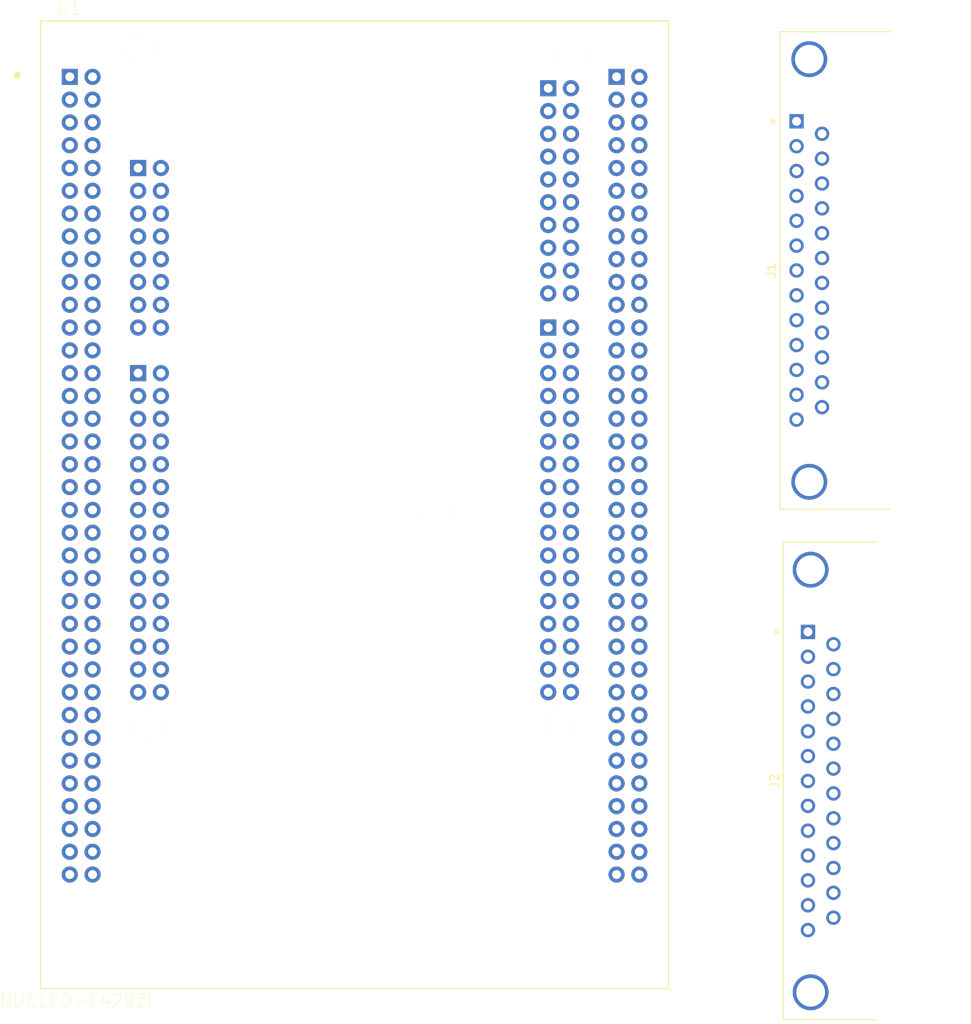
<source format=kicad_pcb>
(kicad_pcb (version 20171130) (host pcbnew 5.1.0-unknown-ff73f69~94~ubuntu18.04.1)

  (general
    (thickness 1.6)
    (drawings 0)
    (tracks 0)
    (zones 0)
    (modules 3)
    (nets 250)
  )

  (page A4)
  (layers
    (0 F.Cu signal)
    (31 B.Cu signal)
    (32 B.Adhes user)
    (33 F.Adhes user)
    (34 B.Paste user)
    (35 F.Paste user)
    (36 B.SilkS user)
    (37 F.SilkS user)
    (38 B.Mask user)
    (39 F.Mask user)
    (40 Dwgs.User user)
    (41 Cmts.User user)
    (42 Eco1.User user)
    (43 Eco2.User user)
    (44 Edge.Cuts user)
    (45 Margin user)
    (46 B.CrtYd user)
    (47 F.CrtYd user)
    (48 B.Fab user)
    (49 F.Fab user)
  )

  (setup
    (last_trace_width 0.25)
    (trace_clearance 0.2)
    (zone_clearance 0.508)
    (zone_45_only no)
    (trace_min 0.2)
    (via_size 0.8)
    (via_drill 0.4)
    (via_min_size 0.4)
    (via_min_drill 0.3)
    (uvia_size 0.3)
    (uvia_drill 0.1)
    (uvias_allowed no)
    (uvia_min_size 0.2)
    (uvia_min_drill 0.1)
    (edge_width 0.05)
    (segment_width 0.2)
    (pcb_text_width 0.3)
    (pcb_text_size 1.5 1.5)
    (mod_edge_width 0.12)
    (mod_text_size 1 1)
    (mod_text_width 0.15)
    (pad_size 1.524 1.524)
    (pad_drill 0.762)
    (pad_to_mask_clearance 0.051)
    (solder_mask_min_width 0.25)
    (aux_axis_origin 0 0)
    (visible_elements FFFFFF7F)
    (pcbplotparams
      (layerselection 0x010fc_ffffffff)
      (usegerberextensions false)
      (usegerberattributes false)
      (usegerberadvancedattributes false)
      (creategerberjobfile false)
      (excludeedgelayer true)
      (linewidth 0.100000)
      (plotframeref false)
      (viasonmask false)
      (mode 1)
      (useauxorigin false)
      (hpglpennumber 1)
      (hpglpenspeed 20)
      (hpglpendiameter 15.000000)
      (psnegative false)
      (psa4output false)
      (plotreference true)
      (plotvalue true)
      (plotinvisibletext false)
      (padsonsilk false)
      (subtractmaskfromsilk false)
      (outputformat 1)
      (mirror false)
      (drillshape 1)
      (scaleselection 1)
      (outputdirectory ""))
  )

  (net 0 "")
  (net 1 "Net-(U1-PadCN7_20)")
  (net 2 "Net-(U1-PadCN7_19)")
  (net 3 "Net-(U1-PadCN7_18)")
  (net 4 "Net-(U1-PadCN7_17)")
  (net 5 "Net-(U1-PadCN7_16)")
  (net 6 "Net-(U1-PadCN7_15)")
  (net 7 "Net-(U1-PadCN7_14)")
  (net 8 "Net-(U1-PadCN7_13)")
  (net 9 "Net-(U1-PadCN7_12)")
  (net 10 "Net-(U1-PadCN7_11)")
  (net 11 "Net-(U1-PadCN7_10)")
  (net 12 "Net-(U1-PadCN7_9)")
  (net 13 "Net-(U1-PadCN7_8)")
  (net 14 "Net-(U1-PadCN7_7)")
  (net 15 "Net-(U1-PadCN7_6)")
  (net 16 "Net-(U1-PadCN7_5)")
  (net 17 "Net-(U1-PadCN7_4)")
  (net 18 "Net-(U1-PadCN7_3)")
  (net 19 "Net-(U1-PadCN7_2)")
  (net 20 "Net-(U1-PadCN7_1)")
  (net 21 "Net-(U1-PadCN8_16)")
  (net 22 "Net-(U1-PadCN8_15)")
  (net 23 "Net-(U1-PadCN8_14)")
  (net 24 "Net-(U1-PadCN8_11)")
  (net 25 "Net-(U1-PadCN8_12)")
  (net 26 "Net-(U1-PadCN8_10)")
  (net 27 "Net-(U1-PadCN8_9)")
  (net 28 "Net-(U1-PadCN8_8)")
  (net 29 "Net-(U1-PadCN8_7)")
  (net 30 "Net-(U1-PadCN8_6)")
  (net 31 "Net-(U1-PadCN8_5)")
  (net 32 "Net-(U1-PadCN8_4)")
  (net 33 "Net-(U1-PadCN8_3)")
  (net 34 "Net-(U1-PadCN8_2)")
  (net 35 "Net-(J1-Pad0)")
  (net 36 "Net-(U1-PadCN12_20)")
  (net 37 "Net-(U1-PadCN12_70)")
  (net 38 "Net-(U1-PadCN12_69)")
  (net 39 "Net-(U1-PadCN12_68)")
  (net 40 "Net-(U1-PadCN12_67)")
  (net 41 "Net-(U1-PadCN12_66)")
  (net 42 "Net-(U1-PadCN12_65)")
  (net 43 "Net-(U1-PadCN12_64)")
  (net 44 "Net-(U1-PadCN12_62)")
  (net 45 "Net-(U1-PadCN12_61)")
  (net 46 "Net-(U1-PadCN12_60)")
  (net 47 "Net-(U1-PadCN12_59)")
  (net 48 "Net-(U1-PadCN12_58)")
  (net 49 "Net-(U1-PadCN12_57)")
  (net 50 "Net-(U1-PadCN12_56)")
  (net 51 "Net-(U1-PadCN12_55)")
  (net 52 "Net-(U1-PadCN12_53)")
  (net 53 "Net-(U1-PadCN12_52)")
  (net 54 "Net-(U1-PadCN12_51)")
  (net 55 "Net-(U1-PadCN12_50)")
  (net 56 "Net-(U1-PadCN12_49)")
  (net 57 "Net-(U1-PadCN12_48)")
  (net 58 "Net-(U1-PadCN12_47)")
  (net 59 "Net-(U1-PadCN12_46)")
  (net 60 "Net-(U1-PadCN12_45)")
  (net 61 "Net-(U1-PadCN12_44)")
  (net 62 "Net-(U1-PadCN12_43)")
  (net 63 "Net-(U1-PadCN12_42)")
  (net 64 "Net-(U1-PadCN12_41)")
  (net 65 "Net-(U1-PadCN12_40)")
  (net 66 "Net-(U1-PadCN12_38)")
  (net 67 "Net-(U1-PadCN12_37)")
  (net 68 "Net-(U1-PadCN12_36)")
  (net 69 "Net-(U1-PadCN12_35)")
  (net 70 "Net-(U1-PadCN12_34)")
  (net 71 "Net-(U1-PadCN12_33)")
  (net 72 "Net-(U1-PadCN12_32)")
  (net 73 "Net-(U1-PadCN12_31)")
  (net 74 "Net-(U1-PadCN12_30)")
  (net 75 "Net-(U1-PadCN12_29)")
  (net 76 "Net-(U1-PadCN12_28)")
  (net 77 "Net-(U1-PadCN12_27)")
  (net 78 "Net-(U1-PadCN12_26)")
  (net 79 "Net-(U1-PadCN12_25)")
  (net 80 "Net-(U1-PadCN12_24)")
  (net 81 "Net-(U1-PadCN12_23)")
  (net 82 "Net-(U1-PadCN12_22)")
  (net 83 "Net-(U1-PadCN12_21)")
  (net 84 "Net-(U1-PadCN12_19)")
  (net 85 "Net-(U1-PadCN12_18)")
  (net 86 "Net-(U1-PadCN12_17)")
  (net 87 "Net-(U1-PadCN12_16)")
  (net 88 "Net-(U1-PadCN12_15)")
  (net 89 "Net-(U1-PadCN12_14)")
  (net 90 "Net-(U1-PadCN12_13)")
  (net 91 "Net-(U1-PadCN12_12)")
  (net 92 "Net-(U1-PadCN12_11)")
  (net 93 "Net-(U1-PadCN12_10)")
  (net 94 "Net-(U1-PadCN12_8)")
  (net 95 "Net-(U1-PadCN12_7)")
  (net 96 "Net-(U1-PadCN12_6)")
  (net 97 "Net-(U1-PadCN12_5)")
  (net 98 "Net-(U1-PadCN12_4)")
  (net 99 "Net-(U1-PadCN12_3)")
  (net 100 "Net-(U1-PadCN12_2)")
  (net 101 "Net-(U1-PadCN12_1)")
  (net 102 "Net-(U1-PadCN10_34)")
  (net 103 "Net-(U1-PadCN10_33)")
  (net 104 "Net-(U1-PadCN10_32)")
  (net 105 "Net-(U1-PadCN10_31)")
  (net 106 "Net-(U1-PadCN10_30)")
  (net 107 "Net-(U1-PadCN10_29)")
  (net 108 "Net-(U1-PadCN10_28)")
  (net 109 "Net-(U1-PadCN10_17)")
  (net 110 "Net-(U1-PadCN10_26)")
  (net 111 "Net-(U1-PadCN10_25)")
  (net 112 "Net-(U1-PadCN10_24)")
  (net 113 "Net-(U1-PadCN10_23)")
  (net 114 "Net-(U1-PadCN10_21)")
  (net 115 "Net-(U1-PadCN10_20)")
  (net 116 "Net-(U1-PadCN10_19)")
  (net 117 "Net-(U1-PadCN10_18)")
  (net 118 "Net-(U1-PadCN10_16)")
  (net 119 "Net-(U1-PadCN10_15)")
  (net 120 "Net-(U1-PadCN10_14)")
  (net 121 "Net-(U1-PadCN10_13)")
  (net 122 "Net-(U1-PadCN10_12)")
  (net 123 "Net-(U1-PadCN10_11)")
  (net 124 "Net-(U1-PadCN10_10)")
  (net 125 "Net-(U1-PadCN10_9)")
  (net 126 "Net-(U1-PadCN10_8)")
  (net 127 "Net-(U1-PadCN10_7)")
  (net 128 "Net-(U1-PadCN10_6)")
  (net 129 "Net-(U1-PadCN10_4)")
  (net 130 "Net-(U1-PadCN10_3)")
  (net 131 "Net-(U1-PadCN10_2)")
  (net 132 "Net-(U1-PadCN10_1)")
  (net 133 "Net-(U1-PadCN9_30)")
  (net 134 "Net-(U1-PadCN9_29)")
  (net 135 "Net-(U1-PadCN9_28)")
  (net 136 "Net-(U1-PadCN9_27)")
  (net 137 "Net-(U1-PadCN9_26)")
  (net 138 "Net-(U1-PadCN9_25)")
  (net 139 "Net-(U1-PadCN9_24)")
  (net 140 "Net-(U1-PadCN9_12)")
  (net 141 "Net-(U1-PadCN9_22)")
  (net 142 "Net-(U1-PadCN9_21)")
  (net 143 "Net-(U1-PadCN9_20)")
  (net 144 "Net-(U1-PadCN9_19)")
  (net 145 "Net-(U1-PadCN9_18)")
  (net 146 "Net-(U1-PadCN9_17)")
  (net 147 "Net-(U1-PadCN9_16)")
  (net 148 "Net-(U1-PadCN9_15)")
  (net 149 "Net-(U1-PadCN9_14)")
  (net 150 "Net-(U1-PadCN9_13)")
  (net 151 "Net-(U1-PadCN9_11)")
  (net 152 "Net-(U1-PadCN9_10)")
  (net 153 "Net-(U1-PadCN9_9)")
  (net 154 "Net-(U1-PadCN9_8)")
  (net 155 "Net-(U1-PadCN9_7)")
  (net 156 "Net-(U1-PadCN9_6)")
  (net 157 "Net-(U1-PadCN9_5)")
  (net 158 "Net-(U1-PadCN9_4)")
  (net 159 "Net-(U1-PadCN9_3)")
  (net 160 "Net-(U1-PadCN9_2)")
  (net 161 "Net-(U1-PadCN9_1)")
  (net 162 "Net-(U1-PadCN11_19)")
  (net 163 "Net-(U1-PadCN11_70)")
  (net 164 "Net-(U1-PadCN11_69)")
  (net 165 "Net-(U1-PadCN11_68)")
  (net 166 "Net-(U1-PadCN11_66)")
  (net 167 "Net-(U1-PadCN11_65)")
  (net 168 "Net-(U1-PadCN11_64)")
  (net 169 "Net-(U1-PadCN11_63)")
  (net 170 "Net-(U1-PadCN11_62)")
  (net 171 "Net-(U1-PadCN11_61)")
  (net 172 "Net-(U1-PadCN11_59)")
  (net 173 "Net-(U1-PadCN11_58)")
  (net 174 "Net-(U1-PadCN11_57)")
  (net 175 "Net-(U1-PadCN11_56)")
  (net 176 "Net-(U1-PadCN11_55)")
  (net 177 "Net-(U1-PadCN11_54)")
  (net 178 "Net-(U1-PadCN11_53)")
  (net 179 "Net-(U1-PadCN11_52)")
  (net 180 "Net-(U1-PadCN11_51)")
  (net 181 "Net-(U1-PadCN11_50)")
  (net 182 "Net-(U1-PadCN11_48)")
  (net 183 "Net-(U1-PadCN11_47)")
  (net 184 "Net-(U1-PadCN11_46)")
  (net 185 "Net-(U1-PadCN11_45)")
  (net 186 "Net-(U1-PadCN11_44)")
  (net 187 "Net-(U1-PadCN11_43)")
  (net 188 "Net-(U1-PadCN11_42)")
  (net 189 "Net-(U1-PadCN11_41)")
  (net 190 "Net-(U1-PadCN11_40)")
  (net 191 "Net-(U1-PadCN11_39)")
  (net 192 "Net-(U1-PadCN11_38)")
  (net 193 "Net-(U1-PadCN11_37)")
  (net 194 "Net-(U1-PadCN11_36)")
  (net 195 "Net-(U1-PadCN11_35)")
  (net 196 "Net-(U1-PadCN11_34)")
  (net 197 "Net-(U1-PadCN11_33)")
  (net 198 "Net-(U1-PadCN11_32)")
  (net 199 "Net-(U1-PadCN11_31)")
  (net 200 "Net-(U1-PadCN11_30)")
  (net 201 "Net-(U1-PadCN11_29)")
  (net 202 "Net-(U1-PadCN11_28)")
  (net 203 "Net-(U1-PadCN11_27)")
  (net 204 "Net-(U1-PadCN11_25)")
  (net 205 "Net-(U1-PadCN11_24)")
  (net 206 "Net-(U1-PadCN11_23)")
  (net 207 "Net-(U1-PadCN11_21)")
  (net 208 "Net-(U1-PadCN11_18)")
  (net 209 "Net-(U1-PadCN11_17)")
  (net 210 "Net-(U1-PadCN11_16)")
  (net 211 "Net-(U1-PadCN11_15)")
  (net 212 "Net-(U1-PadCN11_14)")
  (net 213 "Net-(U1-PadCN11_13)")
  (net 214 "Net-(U1-PadCN11_12)")
  (net 215 "Net-(U1-PadCN11_11)")
  (net 216 "Net-(U1-PadCN11_9)")
  (net 217 "Net-(U1-PadCN11_7)")
  (net 218 "Net-(U1-PadCN11_6)")
  (net 219 "Net-(U1-PadCN11_5)")
  (net 220 "Net-(U1-PadCN11_4)")
  (net 221 "Net-(U1-PadCN11_3)")
  (net 222 "Net-(U1-PadCN11_2)")
  (net 223 "Net-(U1-PadCN11_1)")
  (net 224 "Net-(J2-Pad0)")
  (net 225 "Net-(J2-Pad25)")
  (net 226 "Net-(J2-Pad24)")
  (net 227 "Net-(J2-Pad23)")
  (net 228 "Net-(J2-Pad22)")
  (net 229 "Net-(J2-Pad21)")
  (net 230 "Net-(J2-Pad20)")
  (net 231 "Net-(J2-Pad19)")
  (net 232 "Net-(J2-Pad18)")
  (net 233 "Net-(J2-Pad17)")
  (net 234 "Net-(J2-Pad16)")
  (net 235 "Net-(J2-Pad15)")
  (net 236 "Net-(J2-Pad14)")
  (net 237 "Net-(J2-Pad13)")
  (net 238 "Net-(J2-Pad12)")
  (net 239 "Net-(J2-Pad11)")
  (net 240 "Net-(J2-Pad10)")
  (net 241 "Net-(J2-Pad9)")
  (net 242 "Net-(J2-Pad8)")
  (net 243 "Net-(J2-Pad7)")
  (net 244 "Net-(J2-Pad6)")
  (net 245 "Net-(J2-Pad5)")
  (net 246 "Net-(J2-Pad4)")
  (net 247 "Net-(J2-Pad3)")
  (net 248 "Net-(J2-Pad2)")
  (net 249 "Net-(J2-Pad1)")

  (net_class Default "This is the default net class."
    (clearance 0.2)
    (trace_width 0.25)
    (via_dia 0.8)
    (via_drill 0.4)
    (uvia_dia 0.3)
    (uvia_drill 0.1)
    (add_net "Net-(J1-Pad0)")
    (add_net "Net-(J2-Pad0)")
    (add_net "Net-(J2-Pad1)")
    (add_net "Net-(J2-Pad10)")
    (add_net "Net-(J2-Pad11)")
    (add_net "Net-(J2-Pad12)")
    (add_net "Net-(J2-Pad13)")
    (add_net "Net-(J2-Pad14)")
    (add_net "Net-(J2-Pad15)")
    (add_net "Net-(J2-Pad16)")
    (add_net "Net-(J2-Pad17)")
    (add_net "Net-(J2-Pad18)")
    (add_net "Net-(J2-Pad19)")
    (add_net "Net-(J2-Pad2)")
    (add_net "Net-(J2-Pad20)")
    (add_net "Net-(J2-Pad21)")
    (add_net "Net-(J2-Pad22)")
    (add_net "Net-(J2-Pad23)")
    (add_net "Net-(J2-Pad24)")
    (add_net "Net-(J2-Pad25)")
    (add_net "Net-(J2-Pad3)")
    (add_net "Net-(J2-Pad4)")
    (add_net "Net-(J2-Pad5)")
    (add_net "Net-(J2-Pad6)")
    (add_net "Net-(J2-Pad7)")
    (add_net "Net-(J2-Pad8)")
    (add_net "Net-(J2-Pad9)")
    (add_net "Net-(U1-PadCN10_1)")
    (add_net "Net-(U1-PadCN10_10)")
    (add_net "Net-(U1-PadCN10_11)")
    (add_net "Net-(U1-PadCN10_12)")
    (add_net "Net-(U1-PadCN10_13)")
    (add_net "Net-(U1-PadCN10_14)")
    (add_net "Net-(U1-PadCN10_15)")
    (add_net "Net-(U1-PadCN10_16)")
    (add_net "Net-(U1-PadCN10_17)")
    (add_net "Net-(U1-PadCN10_18)")
    (add_net "Net-(U1-PadCN10_19)")
    (add_net "Net-(U1-PadCN10_2)")
    (add_net "Net-(U1-PadCN10_20)")
    (add_net "Net-(U1-PadCN10_21)")
    (add_net "Net-(U1-PadCN10_23)")
    (add_net "Net-(U1-PadCN10_24)")
    (add_net "Net-(U1-PadCN10_25)")
    (add_net "Net-(U1-PadCN10_26)")
    (add_net "Net-(U1-PadCN10_28)")
    (add_net "Net-(U1-PadCN10_29)")
    (add_net "Net-(U1-PadCN10_3)")
    (add_net "Net-(U1-PadCN10_30)")
    (add_net "Net-(U1-PadCN10_31)")
    (add_net "Net-(U1-PadCN10_32)")
    (add_net "Net-(U1-PadCN10_33)")
    (add_net "Net-(U1-PadCN10_34)")
    (add_net "Net-(U1-PadCN10_4)")
    (add_net "Net-(U1-PadCN10_6)")
    (add_net "Net-(U1-PadCN10_7)")
    (add_net "Net-(U1-PadCN10_8)")
    (add_net "Net-(U1-PadCN10_9)")
    (add_net "Net-(U1-PadCN11_1)")
    (add_net "Net-(U1-PadCN11_11)")
    (add_net "Net-(U1-PadCN11_12)")
    (add_net "Net-(U1-PadCN11_13)")
    (add_net "Net-(U1-PadCN11_14)")
    (add_net "Net-(U1-PadCN11_15)")
    (add_net "Net-(U1-PadCN11_16)")
    (add_net "Net-(U1-PadCN11_17)")
    (add_net "Net-(U1-PadCN11_18)")
    (add_net "Net-(U1-PadCN11_19)")
    (add_net "Net-(U1-PadCN11_2)")
    (add_net "Net-(U1-PadCN11_21)")
    (add_net "Net-(U1-PadCN11_23)")
    (add_net "Net-(U1-PadCN11_24)")
    (add_net "Net-(U1-PadCN11_25)")
    (add_net "Net-(U1-PadCN11_27)")
    (add_net "Net-(U1-PadCN11_28)")
    (add_net "Net-(U1-PadCN11_29)")
    (add_net "Net-(U1-PadCN11_3)")
    (add_net "Net-(U1-PadCN11_30)")
    (add_net "Net-(U1-PadCN11_31)")
    (add_net "Net-(U1-PadCN11_32)")
    (add_net "Net-(U1-PadCN11_33)")
    (add_net "Net-(U1-PadCN11_34)")
    (add_net "Net-(U1-PadCN11_35)")
    (add_net "Net-(U1-PadCN11_36)")
    (add_net "Net-(U1-PadCN11_37)")
    (add_net "Net-(U1-PadCN11_38)")
    (add_net "Net-(U1-PadCN11_39)")
    (add_net "Net-(U1-PadCN11_4)")
    (add_net "Net-(U1-PadCN11_40)")
    (add_net "Net-(U1-PadCN11_41)")
    (add_net "Net-(U1-PadCN11_42)")
    (add_net "Net-(U1-PadCN11_43)")
    (add_net "Net-(U1-PadCN11_44)")
    (add_net "Net-(U1-PadCN11_45)")
    (add_net "Net-(U1-PadCN11_46)")
    (add_net "Net-(U1-PadCN11_47)")
    (add_net "Net-(U1-PadCN11_48)")
    (add_net "Net-(U1-PadCN11_5)")
    (add_net "Net-(U1-PadCN11_50)")
    (add_net "Net-(U1-PadCN11_51)")
    (add_net "Net-(U1-PadCN11_52)")
    (add_net "Net-(U1-PadCN11_53)")
    (add_net "Net-(U1-PadCN11_54)")
    (add_net "Net-(U1-PadCN11_55)")
    (add_net "Net-(U1-PadCN11_56)")
    (add_net "Net-(U1-PadCN11_57)")
    (add_net "Net-(U1-PadCN11_58)")
    (add_net "Net-(U1-PadCN11_59)")
    (add_net "Net-(U1-PadCN11_6)")
    (add_net "Net-(U1-PadCN11_61)")
    (add_net "Net-(U1-PadCN11_62)")
    (add_net "Net-(U1-PadCN11_63)")
    (add_net "Net-(U1-PadCN11_64)")
    (add_net "Net-(U1-PadCN11_65)")
    (add_net "Net-(U1-PadCN11_66)")
    (add_net "Net-(U1-PadCN11_68)")
    (add_net "Net-(U1-PadCN11_69)")
    (add_net "Net-(U1-PadCN11_7)")
    (add_net "Net-(U1-PadCN11_70)")
    (add_net "Net-(U1-PadCN11_9)")
    (add_net "Net-(U1-PadCN12_1)")
    (add_net "Net-(U1-PadCN12_10)")
    (add_net "Net-(U1-PadCN12_11)")
    (add_net "Net-(U1-PadCN12_12)")
    (add_net "Net-(U1-PadCN12_13)")
    (add_net "Net-(U1-PadCN12_14)")
    (add_net "Net-(U1-PadCN12_15)")
    (add_net "Net-(U1-PadCN12_16)")
    (add_net "Net-(U1-PadCN12_17)")
    (add_net "Net-(U1-PadCN12_18)")
    (add_net "Net-(U1-PadCN12_19)")
    (add_net "Net-(U1-PadCN12_2)")
    (add_net "Net-(U1-PadCN12_20)")
    (add_net "Net-(U1-PadCN12_21)")
    (add_net "Net-(U1-PadCN12_22)")
    (add_net "Net-(U1-PadCN12_23)")
    (add_net "Net-(U1-PadCN12_24)")
    (add_net "Net-(U1-PadCN12_25)")
    (add_net "Net-(U1-PadCN12_26)")
    (add_net "Net-(U1-PadCN12_27)")
    (add_net "Net-(U1-PadCN12_28)")
    (add_net "Net-(U1-PadCN12_29)")
    (add_net "Net-(U1-PadCN12_3)")
    (add_net "Net-(U1-PadCN12_30)")
    (add_net "Net-(U1-PadCN12_31)")
    (add_net "Net-(U1-PadCN12_32)")
    (add_net "Net-(U1-PadCN12_33)")
    (add_net "Net-(U1-PadCN12_34)")
    (add_net "Net-(U1-PadCN12_35)")
    (add_net "Net-(U1-PadCN12_36)")
    (add_net "Net-(U1-PadCN12_37)")
    (add_net "Net-(U1-PadCN12_38)")
    (add_net "Net-(U1-PadCN12_4)")
    (add_net "Net-(U1-PadCN12_40)")
    (add_net "Net-(U1-PadCN12_41)")
    (add_net "Net-(U1-PadCN12_42)")
    (add_net "Net-(U1-PadCN12_43)")
    (add_net "Net-(U1-PadCN12_44)")
    (add_net "Net-(U1-PadCN12_45)")
    (add_net "Net-(U1-PadCN12_46)")
    (add_net "Net-(U1-PadCN12_47)")
    (add_net "Net-(U1-PadCN12_48)")
    (add_net "Net-(U1-PadCN12_49)")
    (add_net "Net-(U1-PadCN12_5)")
    (add_net "Net-(U1-PadCN12_50)")
    (add_net "Net-(U1-PadCN12_51)")
    (add_net "Net-(U1-PadCN12_52)")
    (add_net "Net-(U1-PadCN12_53)")
    (add_net "Net-(U1-PadCN12_55)")
    (add_net "Net-(U1-PadCN12_56)")
    (add_net "Net-(U1-PadCN12_57)")
    (add_net "Net-(U1-PadCN12_58)")
    (add_net "Net-(U1-PadCN12_59)")
    (add_net "Net-(U1-PadCN12_6)")
    (add_net "Net-(U1-PadCN12_60)")
    (add_net "Net-(U1-PadCN12_61)")
    (add_net "Net-(U1-PadCN12_62)")
    (add_net "Net-(U1-PadCN12_64)")
    (add_net "Net-(U1-PadCN12_65)")
    (add_net "Net-(U1-PadCN12_66)")
    (add_net "Net-(U1-PadCN12_67)")
    (add_net "Net-(U1-PadCN12_68)")
    (add_net "Net-(U1-PadCN12_69)")
    (add_net "Net-(U1-PadCN12_7)")
    (add_net "Net-(U1-PadCN12_70)")
    (add_net "Net-(U1-PadCN12_8)")
    (add_net "Net-(U1-PadCN7_1)")
    (add_net "Net-(U1-PadCN7_10)")
    (add_net "Net-(U1-PadCN7_11)")
    (add_net "Net-(U1-PadCN7_12)")
    (add_net "Net-(U1-PadCN7_13)")
    (add_net "Net-(U1-PadCN7_14)")
    (add_net "Net-(U1-PadCN7_15)")
    (add_net "Net-(U1-PadCN7_16)")
    (add_net "Net-(U1-PadCN7_17)")
    (add_net "Net-(U1-PadCN7_18)")
    (add_net "Net-(U1-PadCN7_19)")
    (add_net "Net-(U1-PadCN7_2)")
    (add_net "Net-(U1-PadCN7_20)")
    (add_net "Net-(U1-PadCN7_3)")
    (add_net "Net-(U1-PadCN7_4)")
    (add_net "Net-(U1-PadCN7_5)")
    (add_net "Net-(U1-PadCN7_6)")
    (add_net "Net-(U1-PadCN7_7)")
    (add_net "Net-(U1-PadCN7_8)")
    (add_net "Net-(U1-PadCN7_9)")
    (add_net "Net-(U1-PadCN8_10)")
    (add_net "Net-(U1-PadCN8_11)")
    (add_net "Net-(U1-PadCN8_12)")
    (add_net "Net-(U1-PadCN8_14)")
    (add_net "Net-(U1-PadCN8_15)")
    (add_net "Net-(U1-PadCN8_16)")
    (add_net "Net-(U1-PadCN8_2)")
    (add_net "Net-(U1-PadCN8_3)")
    (add_net "Net-(U1-PadCN8_4)")
    (add_net "Net-(U1-PadCN8_5)")
    (add_net "Net-(U1-PadCN8_6)")
    (add_net "Net-(U1-PadCN8_7)")
    (add_net "Net-(U1-PadCN8_8)")
    (add_net "Net-(U1-PadCN8_9)")
    (add_net "Net-(U1-PadCN9_1)")
    (add_net "Net-(U1-PadCN9_10)")
    (add_net "Net-(U1-PadCN9_11)")
    (add_net "Net-(U1-PadCN9_12)")
    (add_net "Net-(U1-PadCN9_13)")
    (add_net "Net-(U1-PadCN9_14)")
    (add_net "Net-(U1-PadCN9_15)")
    (add_net "Net-(U1-PadCN9_16)")
    (add_net "Net-(U1-PadCN9_17)")
    (add_net "Net-(U1-PadCN9_18)")
    (add_net "Net-(U1-PadCN9_19)")
    (add_net "Net-(U1-PadCN9_2)")
    (add_net "Net-(U1-PadCN9_20)")
    (add_net "Net-(U1-PadCN9_21)")
    (add_net "Net-(U1-PadCN9_22)")
    (add_net "Net-(U1-PadCN9_24)")
    (add_net "Net-(U1-PadCN9_25)")
    (add_net "Net-(U1-PadCN9_26)")
    (add_net "Net-(U1-PadCN9_27)")
    (add_net "Net-(U1-PadCN9_28)")
    (add_net "Net-(U1-PadCN9_29)")
    (add_net "Net-(U1-PadCN9_3)")
    (add_net "Net-(U1-PadCN9_30)")
    (add_net "Net-(U1-PadCN9_4)")
    (add_net "Net-(U1-PadCN9_5)")
    (add_net "Net-(U1-PadCN9_6)")
    (add_net "Net-(U1-PadCN9_7)")
    (add_net "Net-(U1-PadCN9_8)")
    (add_net "Net-(U1-PadCN9_9)")
  )

  (module NUCLEO-F429ZI:MODULE_NUCLEO-F429ZI (layer F.Cu) (tedit 0) (tstamp 5CB23ED5)
    (at 106.426 90.678)
    (path /5CB2AFB7)
    (fp_text reference U1 (at -31.844 -42.589) (layer F.SilkS)
      (effects (font (size 1.4 1.4) (thickness 0.05)))
    )
    (fp_text value NUCLEO-F429ZI (at -31.028 68.036) (layer F.SilkS)
      (effects (font (size 1.4 1.4) (thickness 0.05)))
    )
    (fp_line (start 35.25 66.92) (end -35.25 66.92) (layer Eco1.User) (width 0.05))
    (fp_line (start 35.25 -41.42) (end 35.25 66.92) (layer Eco1.User) (width 0.05))
    (fp_line (start -35.25 -41.42) (end 35.25 -41.42) (layer Eco1.User) (width 0.05))
    (fp_line (start -35.25 66.92) (end -35.25 -41.42) (layer Eco1.User) (width 0.05))
    (fp_circle (center -37.6 -35.1) (end -37.4 -35.1) (layer Eco2.User) (width 0.4))
    (fp_circle (center -37.6 -35.1) (end -37.4 -35.1) (layer F.SilkS) (width 0.4))
    (fp_line (start 35 66.67) (end -35 66.67) (layer F.SilkS) (width 0.127))
    (fp_line (start 35 -41.17) (end 35 66.67) (layer F.SilkS) (width 0.127))
    (fp_line (start -35 -41.17) (end 35 -41.17) (layer F.SilkS) (width 0.127))
    (fp_line (start -35 66.67) (end -35 -41.17) (layer F.SilkS) (width 0.127))
    (fp_line (start -35 -41.17) (end 35 -41.17) (layer Eco2.User) (width 0.127))
    (fp_line (start 35 66.67) (end -35 66.67) (layer Eco2.User) (width 0.127))
    (fp_line (start 35 -41.17) (end 35 66.67) (layer Eco2.User) (width 0.127))
    (fp_line (start -35 66.67) (end -35 -41.17) (layer Eco2.User) (width 0.127))
    (pad Hole np_thru_hole circle (at -22.86 37.46) (size 3.5 3.5) (drill 3.5) (layers *.Cu *.Mask F.SilkS))
    (pad Hole np_thru_hole circle (at 22.86 37.46) (size 3.5 3.5) (drill 3.5) (layers *.Cu *.Mask F.SilkS))
    (pad Hole np_thru_hole circle (at 8.89 13.33) (size 3.5 3.5) (drill 3.5) (layers *.Cu *.Mask F.SilkS))
    (pad Hole np_thru_hole circle (at 24.13 -37.47) (size 3.5 3.5) (drill 3.5) (layers *.Cu *.Mask F.SilkS))
    (pad Hole np_thru_hole circle (at -24.13 -38.15) (size 3.5 3.5) (drill 3.5) (layers *.Cu *.Mask F.SilkS))
    (pad CN12_72 thru_hole circle (at 31.75 53.97) (size 1.8 1.8) (drill 1) (layers *.Cu *.Mask)
      (net 36 "Net-(U1-PadCN12_20)"))
    (pad CN12_71 thru_hole circle (at 29.21 53.97) (size 1.8 1.8) (drill 1) (layers *.Cu *.Mask)
      (net 36 "Net-(U1-PadCN12_20)"))
    (pad CN12_70 thru_hole circle (at 31.75 51.43) (size 1.8 1.8) (drill 1) (layers *.Cu *.Mask)
      (net 37 "Net-(U1-PadCN12_70)"))
    (pad CN12_69 thru_hole circle (at 29.21 51.43) (size 1.8 1.8) (drill 1) (layers *.Cu *.Mask)
      (net 38 "Net-(U1-PadCN12_69)"))
    (pad CN12_68 thru_hole circle (at 31.75 48.89) (size 1.8 1.8) (drill 1) (layers *.Cu *.Mask)
      (net 39 "Net-(U1-PadCN12_68)"))
    (pad CN12_67 thru_hole circle (at 29.21 48.89) (size 1.8 1.8) (drill 1) (layers *.Cu *.Mask)
      (net 40 "Net-(U1-PadCN12_67)"))
    (pad CN12_66 thru_hole circle (at 31.75 46.35) (size 1.8 1.8) (drill 1) (layers *.Cu *.Mask)
      (net 41 "Net-(U1-PadCN12_66)"))
    (pad CN12_65 thru_hole circle (at 29.21 46.35) (size 1.8 1.8) (drill 1) (layers *.Cu *.Mask)
      (net 42 "Net-(U1-PadCN12_65)"))
    (pad CN12_64 thru_hole circle (at 31.75 43.81) (size 1.8 1.8) (drill 1) (layers *.Cu *.Mask)
      (net 43 "Net-(U1-PadCN12_64)"))
    (pad CN12_63 thru_hole circle (at 29.21 43.81) (size 1.8 1.8) (drill 1) (layers *.Cu *.Mask)
      (net 36 "Net-(U1-PadCN12_20)"))
    (pad CN12_62 thru_hole circle (at 31.75 41.27) (size 1.8 1.8) (drill 1) (layers *.Cu *.Mask)
      (net 44 "Net-(U1-PadCN12_62)"))
    (pad CN12_61 thru_hole circle (at 29.21 41.27) (size 1.8 1.8) (drill 1) (layers *.Cu *.Mask)
      (net 45 "Net-(U1-PadCN12_61)"))
    (pad CN12_60 thru_hole circle (at 31.75 38.73) (size 1.8 1.8) (drill 1) (layers *.Cu *.Mask)
      (net 46 "Net-(U1-PadCN12_60)"))
    (pad CN12_59 thru_hole circle (at 29.21 38.73) (size 1.8 1.8) (drill 1) (layers *.Cu *.Mask)
      (net 47 "Net-(U1-PadCN12_59)"))
    (pad CN12_58 thru_hole circle (at 31.75 36.19) (size 1.8 1.8) (drill 1) (layers *.Cu *.Mask)
      (net 48 "Net-(U1-PadCN12_58)"))
    (pad CN12_57 thru_hole circle (at 29.21 36.19) (size 1.8 1.8) (drill 1) (layers *.Cu *.Mask)
      (net 49 "Net-(U1-PadCN12_57)"))
    (pad CN12_56 thru_hole circle (at 31.75 33.65) (size 1.8 1.8) (drill 1) (layers *.Cu *.Mask)
      (net 50 "Net-(U1-PadCN12_56)"))
    (pad CN12_55 thru_hole circle (at 29.21 33.65) (size 1.8 1.8) (drill 1) (layers *.Cu *.Mask)
      (net 51 "Net-(U1-PadCN12_55)"))
    (pad CN12_54 thru_hole circle (at 31.75 31.11) (size 1.8 1.8) (drill 1) (layers *.Cu *.Mask)
      (net 36 "Net-(U1-PadCN12_20)"))
    (pad CN12_53 thru_hole circle (at 29.21 31.11) (size 1.8 1.8) (drill 1) (layers *.Cu *.Mask)
      (net 52 "Net-(U1-PadCN12_53)"))
    (pad CN12_52 thru_hole circle (at 31.75 28.57) (size 1.8 1.8) (drill 1) (layers *.Cu *.Mask)
      (net 53 "Net-(U1-PadCN12_52)"))
    (pad CN12_51 thru_hole circle (at 29.21 28.57) (size 1.8 1.8) (drill 1) (layers *.Cu *.Mask)
      (net 54 "Net-(U1-PadCN12_51)"))
    (pad CN12_50 thru_hole circle (at 31.75 26.03) (size 1.8 1.8) (drill 1) (layers *.Cu *.Mask)
      (net 55 "Net-(U1-PadCN12_50)"))
    (pad CN12_49 thru_hole circle (at 29.21 26.03) (size 1.8 1.8) (drill 1) (layers *.Cu *.Mask)
      (net 56 "Net-(U1-PadCN12_49)"))
    (pad CN12_48 thru_hole circle (at 31.75 23.49) (size 1.8 1.8) (drill 1) (layers *.Cu *.Mask)
      (net 57 "Net-(U1-PadCN12_48)"))
    (pad CN12_47 thru_hole circle (at 29.21 23.49) (size 1.8 1.8) (drill 1) (layers *.Cu *.Mask)
      (net 58 "Net-(U1-PadCN12_47)"))
    (pad CN12_46 thru_hole circle (at 31.75 20.95) (size 1.8 1.8) (drill 1) (layers *.Cu *.Mask)
      (net 59 "Net-(U1-PadCN12_46)"))
    (pad CN12_45 thru_hole circle (at 29.21 20.95) (size 1.8 1.8) (drill 1) (layers *.Cu *.Mask)
      (net 60 "Net-(U1-PadCN12_45)"))
    (pad CN12_44 thru_hole circle (at 31.75 18.41) (size 1.8 1.8) (drill 1) (layers *.Cu *.Mask)
      (net 61 "Net-(U1-PadCN12_44)"))
    (pad CN12_43 thru_hole circle (at 29.21 18.41) (size 1.8 1.8) (drill 1) (layers *.Cu *.Mask)
      (net 62 "Net-(U1-PadCN12_43)"))
    (pad CN12_42 thru_hole circle (at 31.75 15.87) (size 1.8 1.8) (drill 1) (layers *.Cu *.Mask)
      (net 63 "Net-(U1-PadCN12_42)"))
    (pad CN12_41 thru_hole circle (at 29.21 15.87) (size 1.8 1.8) (drill 1) (layers *.Cu *.Mask)
      (net 64 "Net-(U1-PadCN12_41)"))
    (pad CN12_40 thru_hole circle (at 31.75 13.33) (size 1.8 1.8) (drill 1) (layers *.Cu *.Mask)
      (net 65 "Net-(U1-PadCN12_40)"))
    (pad CN12_39 thru_hole circle (at 29.21 13.33) (size 1.8 1.8) (drill 1) (layers *.Cu *.Mask)
      (net 36 "Net-(U1-PadCN12_20)"))
    (pad CN12_38 thru_hole circle (at 31.75 10.79) (size 1.8 1.8) (drill 1) (layers *.Cu *.Mask)
      (net 66 "Net-(U1-PadCN12_38)"))
    (pad CN12_37 thru_hole circle (at 29.21 10.79) (size 1.8 1.8) (drill 1) (layers *.Cu *.Mask)
      (net 67 "Net-(U1-PadCN12_37)"))
    (pad CN12_36 thru_hole circle (at 31.75 8.25) (size 1.8 1.8) (drill 1) (layers *.Cu *.Mask)
      (net 68 "Net-(U1-PadCN12_36)"))
    (pad CN12_35 thru_hole circle (at 29.21 8.25) (size 1.8 1.8) (drill 1) (layers *.Cu *.Mask)
      (net 69 "Net-(U1-PadCN12_35)"))
    (pad CN12_34 thru_hole circle (at 31.75 5.71) (size 1.8 1.8) (drill 1) (layers *.Cu *.Mask)
      (net 70 "Net-(U1-PadCN12_34)"))
    (pad CN12_33 thru_hole circle (at 29.21 5.71) (size 1.8 1.8) (drill 1) (layers *.Cu *.Mask)
      (net 71 "Net-(U1-PadCN12_33)"))
    (pad CN12_32 thru_hole circle (at 31.75 3.17) (size 1.8 1.8) (drill 1) (layers *.Cu *.Mask)
      (net 72 "Net-(U1-PadCN12_32)"))
    (pad CN12_31 thru_hole circle (at 29.21 3.17) (size 1.8 1.8) (drill 1) (layers *.Cu *.Mask)
      (net 73 "Net-(U1-PadCN12_31)"))
    (pad CN12_30 thru_hole circle (at 31.75 0.63) (size 1.8 1.8) (drill 1) (layers *.Cu *.Mask)
      (net 74 "Net-(U1-PadCN12_30)"))
    (pad CN12_29 thru_hole circle (at 29.21 0.63) (size 1.8 1.8) (drill 1) (layers *.Cu *.Mask)
      (net 75 "Net-(U1-PadCN12_29)"))
    (pad CN12_28 thru_hole circle (at 31.75 -1.91) (size 1.8 1.8) (drill 1) (layers *.Cu *.Mask)
      (net 76 "Net-(U1-PadCN12_28)"))
    (pad CN12_27 thru_hole circle (at 29.21 -1.91) (size 1.8 1.8) (drill 1) (layers *.Cu *.Mask)
      (net 77 "Net-(U1-PadCN12_27)"))
    (pad CN12_26 thru_hole circle (at 31.75 -4.45) (size 1.8 1.8) (drill 1) (layers *.Cu *.Mask)
      (net 78 "Net-(U1-PadCN12_26)"))
    (pad CN12_25 thru_hole circle (at 29.21 -4.45) (size 1.8 1.8) (drill 1) (layers *.Cu *.Mask)
      (net 79 "Net-(U1-PadCN12_25)"))
    (pad CN12_24 thru_hole circle (at 31.75 -6.99) (size 1.8 1.8) (drill 1) (layers *.Cu *.Mask)
      (net 80 "Net-(U1-PadCN12_24)"))
    (pad CN12_23 thru_hole circle (at 29.21 -6.99) (size 1.8 1.8) (drill 1) (layers *.Cu *.Mask)
      (net 81 "Net-(U1-PadCN12_23)"))
    (pad CN12_22 thru_hole circle (at 31.75 -9.53) (size 1.8 1.8) (drill 1) (layers *.Cu *.Mask)
      (net 82 "Net-(U1-PadCN12_22)"))
    (pad CN12_21 thru_hole circle (at 29.21 -9.53) (size 1.8 1.8) (drill 1) (layers *.Cu *.Mask)
      (net 83 "Net-(U1-PadCN12_21)"))
    (pad CN12_20 thru_hole circle (at 31.75 -12.07) (size 1.8 1.8) (drill 1) (layers *.Cu *.Mask)
      (net 36 "Net-(U1-PadCN12_20)"))
    (pad CN12_19 thru_hole circle (at 29.21 -12.07) (size 1.8 1.8) (drill 1) (layers *.Cu *.Mask)
      (net 84 "Net-(U1-PadCN12_19)"))
    (pad CN12_18 thru_hole circle (at 31.75 -14.61) (size 1.8 1.8) (drill 1) (layers *.Cu *.Mask)
      (net 85 "Net-(U1-PadCN12_18)"))
    (pad CN12_17 thru_hole circle (at 29.21 -14.61) (size 1.8 1.8) (drill 1) (layers *.Cu *.Mask)
      (net 86 "Net-(U1-PadCN12_17)"))
    (pad CN12_16 thru_hole circle (at 31.75 -17.15) (size 1.8 1.8) (drill 1) (layers *.Cu *.Mask)
      (net 87 "Net-(U1-PadCN12_16)"))
    (pad CN12_15 thru_hole circle (at 29.21 -17.15) (size 1.8 1.8) (drill 1) (layers *.Cu *.Mask)
      (net 88 "Net-(U1-PadCN12_15)"))
    (pad CN12_14 thru_hole circle (at 31.75 -19.69) (size 1.8 1.8) (drill 1) (layers *.Cu *.Mask)
      (net 89 "Net-(U1-PadCN12_14)"))
    (pad CN12_13 thru_hole circle (at 29.21 -19.69) (size 1.8 1.8) (drill 1) (layers *.Cu *.Mask)
      (net 90 "Net-(U1-PadCN12_13)"))
    (pad CN12_12 thru_hole circle (at 31.75 -22.23) (size 1.8 1.8) (drill 1) (layers *.Cu *.Mask)
      (net 91 "Net-(U1-PadCN12_12)"))
    (pad CN12_11 thru_hole circle (at 29.21 -22.23) (size 1.8 1.8) (drill 1) (layers *.Cu *.Mask)
      (net 92 "Net-(U1-PadCN12_11)"))
    (pad CN12_10 thru_hole circle (at 31.75 -24.77) (size 1.8 1.8) (drill 1) (layers *.Cu *.Mask)
      (net 93 "Net-(U1-PadCN12_10)"))
    (pad CN12_9 thru_hole circle (at 29.21 -24.77) (size 1.8 1.8) (drill 1) (layers *.Cu *.Mask)
      (net 36 "Net-(U1-PadCN12_20)"))
    (pad CN12_8 thru_hole circle (at 31.75 -27.31) (size 1.8 1.8) (drill 1) (layers *.Cu *.Mask)
      (net 94 "Net-(U1-PadCN12_8)"))
    (pad CN12_7 thru_hole circle (at 29.21 -27.31) (size 1.8 1.8) (drill 1) (layers *.Cu *.Mask)
      (net 95 "Net-(U1-PadCN12_7)"))
    (pad CN12_6 thru_hole circle (at 31.75 -29.85) (size 1.8 1.8) (drill 1) (layers *.Cu *.Mask)
      (net 96 "Net-(U1-PadCN12_6)"))
    (pad CN12_5 thru_hole circle (at 29.21 -29.85) (size 1.8 1.8) (drill 1) (layers *.Cu *.Mask)
      (net 97 "Net-(U1-PadCN12_5)"))
    (pad CN12_4 thru_hole circle (at 31.75 -32.39) (size 1.8 1.8) (drill 1) (layers *.Cu *.Mask)
      (net 98 "Net-(U1-PadCN12_4)"))
    (pad CN12_3 thru_hole circle (at 29.21 -32.39) (size 1.8 1.8) (drill 1) (layers *.Cu *.Mask)
      (net 99 "Net-(U1-PadCN12_3)"))
    (pad CN12_2 thru_hole circle (at 31.75 -34.93) (size 1.8 1.8) (drill 1) (layers *.Cu *.Mask)
      (net 100 "Net-(U1-PadCN12_2)"))
    (pad CN12_1 thru_hole rect (at 29.21 -34.93) (size 1.8 1.8) (drill 1) (layers *.Cu *.Mask)
      (net 101 "Net-(U1-PadCN12_1)"))
    (pad CN10_34 thru_hole circle (at 24.13 33.65) (size 1.8 1.8) (drill 1) (layers *.Cu *.Mask)
      (net 102 "Net-(U1-PadCN10_34)"))
    (pad CN10_33 thru_hole circle (at 21.59 33.65) (size 1.8 1.8) (drill 1) (layers *.Cu *.Mask)
      (net 103 "Net-(U1-PadCN10_33)"))
    (pad CN10_32 thru_hole circle (at 24.13 31.11) (size 1.8 1.8) (drill 1) (layers *.Cu *.Mask)
      (net 104 "Net-(U1-PadCN10_32)"))
    (pad CN10_31 thru_hole circle (at 21.59 31.11) (size 1.8 1.8) (drill 1) (layers *.Cu *.Mask)
      (net 105 "Net-(U1-PadCN10_31)"))
    (pad CN10_30 thru_hole circle (at 24.13 28.57) (size 1.8 1.8) (drill 1) (layers *.Cu *.Mask)
      (net 106 "Net-(U1-PadCN10_30)"))
    (pad CN10_29 thru_hole circle (at 21.59 28.57) (size 1.8 1.8) (drill 1) (layers *.Cu *.Mask)
      (net 107 "Net-(U1-PadCN10_29)"))
    (pad CN10_28 thru_hole circle (at 24.13 26.03) (size 1.8 1.8) (drill 1) (layers *.Cu *.Mask)
      (net 108 "Net-(U1-PadCN10_28)"))
    (pad CN10_27 thru_hole circle (at 21.59 26.03) (size 1.8 1.8) (drill 1) (layers *.Cu *.Mask)
      (net 109 "Net-(U1-PadCN10_17)"))
    (pad CN10_26 thru_hole circle (at 24.13 23.49) (size 1.8 1.8) (drill 1) (layers *.Cu *.Mask)
      (net 110 "Net-(U1-PadCN10_26)"))
    (pad CN10_25 thru_hole circle (at 21.59 23.49) (size 1.8 1.8) (drill 1) (layers *.Cu *.Mask)
      (net 111 "Net-(U1-PadCN10_25)"))
    (pad CN10_24 thru_hole circle (at 24.13 20.95) (size 1.8 1.8) (drill 1) (layers *.Cu *.Mask)
      (net 112 "Net-(U1-PadCN10_24)"))
    (pad CN10_23 thru_hole circle (at 21.59 20.95) (size 1.8 1.8) (drill 1) (layers *.Cu *.Mask)
      (net 113 "Net-(U1-PadCN10_23)"))
    (pad CN10_22 thru_hole circle (at 24.13 18.41) (size 1.8 1.8) (drill 1) (layers *.Cu *.Mask)
      (net 109 "Net-(U1-PadCN10_17)"))
    (pad CN10_21 thru_hole circle (at 21.59 18.41) (size 1.8 1.8) (drill 1) (layers *.Cu *.Mask)
      (net 114 "Net-(U1-PadCN10_21)"))
    (pad CN10_20 thru_hole circle (at 24.13 15.87) (size 1.8 1.8) (drill 1) (layers *.Cu *.Mask)
      (net 115 "Net-(U1-PadCN10_20)"))
    (pad CN10_19 thru_hole circle (at 21.59 15.87) (size 1.8 1.8) (drill 1) (layers *.Cu *.Mask)
      (net 116 "Net-(U1-PadCN10_19)"))
    (pad CN10_18 thru_hole circle (at 24.13 13.33) (size 1.8 1.8) (drill 1) (layers *.Cu *.Mask)
      (net 117 "Net-(U1-PadCN10_18)"))
    (pad CN10_17 thru_hole circle (at 21.59 13.33) (size 1.8 1.8) (drill 1) (layers *.Cu *.Mask)
      (net 109 "Net-(U1-PadCN10_17)"))
    (pad CN10_16 thru_hole circle (at 24.13 10.79) (size 1.8 1.8) (drill 1) (layers *.Cu *.Mask)
      (net 118 "Net-(U1-PadCN10_16)"))
    (pad CN10_15 thru_hole circle (at 21.59 10.79) (size 1.8 1.8) (drill 1) (layers *.Cu *.Mask)
      (net 119 "Net-(U1-PadCN10_15)"))
    (pad CN10_14 thru_hole circle (at 24.13 8.25) (size 1.8 1.8) (drill 1) (layers *.Cu *.Mask)
      (net 120 "Net-(U1-PadCN10_14)"))
    (pad CN10_13 thru_hole circle (at 21.59 8.25) (size 1.8 1.8) (drill 1) (layers *.Cu *.Mask)
      (net 121 "Net-(U1-PadCN10_13)"))
    (pad CN10_12 thru_hole circle (at 24.13 5.71) (size 1.8 1.8) (drill 1) (layers *.Cu *.Mask)
      (net 122 "Net-(U1-PadCN10_12)"))
    (pad CN10_11 thru_hole circle (at 21.59 5.71) (size 1.8 1.8) (drill 1) (layers *.Cu *.Mask)
      (net 123 "Net-(U1-PadCN10_11)"))
    (pad CN10_10 thru_hole circle (at 24.13 3.17) (size 1.8 1.8) (drill 1) (layers *.Cu *.Mask)
      (net 124 "Net-(U1-PadCN10_10)"))
    (pad CN10_9 thru_hole circle (at 21.59 3.17) (size 1.8 1.8) (drill 1) (layers *.Cu *.Mask)
      (net 125 "Net-(U1-PadCN10_9)"))
    (pad CN10_8 thru_hole circle (at 24.13 0.63) (size 1.8 1.8) (drill 1) (layers *.Cu *.Mask)
      (net 126 "Net-(U1-PadCN10_8)"))
    (pad CN10_7 thru_hole circle (at 21.59 0.63) (size 1.8 1.8) (drill 1) (layers *.Cu *.Mask)
      (net 127 "Net-(U1-PadCN10_7)"))
    (pad CN10_6 thru_hole circle (at 24.13 -1.91) (size 1.8 1.8) (drill 1) (layers *.Cu *.Mask)
      (net 128 "Net-(U1-PadCN10_6)"))
    (pad CN10_5 thru_hole circle (at 21.59 -1.91) (size 1.8 1.8) (drill 1) (layers *.Cu *.Mask)
      (net 109 "Net-(U1-PadCN10_17)"))
    (pad CN10_4 thru_hole circle (at 24.13 -4.45) (size 1.8 1.8) (drill 1) (layers *.Cu *.Mask)
      (net 129 "Net-(U1-PadCN10_4)"))
    (pad CN10_3 thru_hole circle (at 21.59 -4.45) (size 1.8 1.8) (drill 1) (layers *.Cu *.Mask)
      (net 130 "Net-(U1-PadCN10_3)"))
    (pad CN10_2 thru_hole circle (at 24.13 -6.99) (size 1.8 1.8) (drill 1) (layers *.Cu *.Mask)
      (net 131 "Net-(U1-PadCN10_2)"))
    (pad CN10_1 thru_hole rect (at 21.59 -6.99) (size 1.8 1.8) (drill 1) (layers *.Cu *.Mask)
      (net 132 "Net-(U1-PadCN10_1)"))
    (pad CN7_20 thru_hole circle (at 24.13 -10.8) (size 1.8 1.8) (drill 1) (layers *.Cu *.Mask)
      (net 1 "Net-(U1-PadCN7_20)"))
    (pad CN7_19 thru_hole circle (at 21.59 -10.8) (size 1.8 1.8) (drill 1) (layers *.Cu *.Mask)
      (net 2 "Net-(U1-PadCN7_19)"))
    (pad CN7_18 thru_hole circle (at 24.13 -13.34) (size 1.8 1.8) (drill 1) (layers *.Cu *.Mask)
      (net 3 "Net-(U1-PadCN7_18)"))
    (pad CN7_17 thru_hole circle (at 21.59 -13.34) (size 1.8 1.8) (drill 1) (layers *.Cu *.Mask)
      (net 4 "Net-(U1-PadCN7_17)"))
    (pad CN7_16 thru_hole circle (at 24.13 -15.88) (size 1.8 1.8) (drill 1) (layers *.Cu *.Mask)
      (net 5 "Net-(U1-PadCN7_16)"))
    (pad CN7_15 thru_hole circle (at 21.59 -15.88) (size 1.8 1.8) (drill 1) (layers *.Cu *.Mask)
      (net 6 "Net-(U1-PadCN7_15)"))
    (pad CN7_14 thru_hole circle (at 24.13 -18.42) (size 1.8 1.8) (drill 1) (layers *.Cu *.Mask)
      (net 7 "Net-(U1-PadCN7_14)"))
    (pad CN7_13 thru_hole circle (at 21.59 -18.42) (size 1.8 1.8) (drill 1) (layers *.Cu *.Mask)
      (net 8 "Net-(U1-PadCN7_13)"))
    (pad CN7_12 thru_hole circle (at 24.13 -20.96) (size 1.8 1.8) (drill 1) (layers *.Cu *.Mask)
      (net 9 "Net-(U1-PadCN7_12)"))
    (pad CN7_11 thru_hole circle (at 21.59 -20.96) (size 1.8 1.8) (drill 1) (layers *.Cu *.Mask)
      (net 10 "Net-(U1-PadCN7_11)"))
    (pad CN7_10 thru_hole circle (at 24.13 -23.5) (size 1.8 1.8) (drill 1) (layers *.Cu *.Mask)
      (net 11 "Net-(U1-PadCN7_10)"))
    (pad CN7_9 thru_hole circle (at 21.59 -23.5) (size 1.8 1.8) (drill 1) (layers *.Cu *.Mask)
      (net 12 "Net-(U1-PadCN7_9)"))
    (pad CN7_8 thru_hole circle (at 24.13 -26.04) (size 1.8 1.8) (drill 1) (layers *.Cu *.Mask)
      (net 13 "Net-(U1-PadCN7_8)"))
    (pad CN7_7 thru_hole circle (at 21.59 -26.04) (size 1.8 1.8) (drill 1) (layers *.Cu *.Mask)
      (net 14 "Net-(U1-PadCN7_7)"))
    (pad CN7_6 thru_hole circle (at 24.13 -28.58) (size 1.8 1.8) (drill 1) (layers *.Cu *.Mask)
      (net 15 "Net-(U1-PadCN7_6)"))
    (pad CN7_5 thru_hole circle (at 21.59 -28.58) (size 1.8 1.8) (drill 1) (layers *.Cu *.Mask)
      (net 16 "Net-(U1-PadCN7_5)"))
    (pad CN7_4 thru_hole circle (at 24.13 -31.12) (size 1.8 1.8) (drill 1) (layers *.Cu *.Mask)
      (net 17 "Net-(U1-PadCN7_4)"))
    (pad CN7_3 thru_hole circle (at 21.59 -31.12) (size 1.8 1.8) (drill 1) (layers *.Cu *.Mask)
      (net 18 "Net-(U1-PadCN7_3)"))
    (pad CN7_2 thru_hole circle (at 24.13 -33.66) (size 1.8 1.8) (drill 1) (layers *.Cu *.Mask)
      (net 19 "Net-(U1-PadCN7_2)"))
    (pad CN7_1 thru_hole rect (at 21.59 -33.66) (size 1.8 1.8) (drill 1) (layers *.Cu *.Mask)
      (net 20 "Net-(U1-PadCN7_1)"))
    (pad CN9_30 thru_hole circle (at -21.59 33.65) (size 1.8 1.8) (drill 1) (layers *.Cu *.Mask)
      (net 133 "Net-(U1-PadCN9_30)"))
    (pad CN9_29 thru_hole circle (at -24.13 33.65) (size 1.8 1.8) (drill 1) (layers *.Cu *.Mask)
      (net 134 "Net-(U1-PadCN9_29)"))
    (pad CN9_28 thru_hole circle (at -21.59 31.11) (size 1.8 1.8) (drill 1) (layers *.Cu *.Mask)
      (net 135 "Net-(U1-PadCN9_28)"))
    (pad CN9_27 thru_hole circle (at -24.13 31.11) (size 1.8 1.8) (drill 1) (layers *.Cu *.Mask)
      (net 136 "Net-(U1-PadCN9_27)"))
    (pad CN9_26 thru_hole circle (at -21.59 28.57) (size 1.8 1.8) (drill 1) (layers *.Cu *.Mask)
      (net 137 "Net-(U1-PadCN9_26)"))
    (pad CN9_25 thru_hole circle (at -24.13 28.57) (size 1.8 1.8) (drill 1) (layers *.Cu *.Mask)
      (net 138 "Net-(U1-PadCN9_25)"))
    (pad CN9_24 thru_hole circle (at -21.59 26.03) (size 1.8 1.8) (drill 1) (layers *.Cu *.Mask)
      (net 139 "Net-(U1-PadCN9_24)"))
    (pad CN9_23 thru_hole circle (at -24.13 26.03) (size 1.8 1.8) (drill 1) (layers *.Cu *.Mask)
      (net 140 "Net-(U1-PadCN9_12)"))
    (pad CN9_22 thru_hole circle (at -21.59 23.49) (size 1.8 1.8) (drill 1) (layers *.Cu *.Mask)
      (net 141 "Net-(U1-PadCN9_22)"))
    (pad CN9_21 thru_hole circle (at -24.13 23.49) (size 1.8 1.8) (drill 1) (layers *.Cu *.Mask)
      (net 142 "Net-(U1-PadCN9_21)"))
    (pad CN9_20 thru_hole circle (at -21.59 20.95) (size 1.8 1.8) (drill 1) (layers *.Cu *.Mask)
      (net 143 "Net-(U1-PadCN9_20)"))
    (pad CN9_19 thru_hole circle (at -24.13 20.95) (size 1.8 1.8) (drill 1) (layers *.Cu *.Mask)
      (net 144 "Net-(U1-PadCN9_19)"))
    (pad CN9_18 thru_hole circle (at -21.59 18.41) (size 1.8 1.8) (drill 1) (layers *.Cu *.Mask)
      (net 145 "Net-(U1-PadCN9_18)"))
    (pad CN9_17 thru_hole circle (at -24.13 18.41) (size 1.8 1.8) (drill 1) (layers *.Cu *.Mask)
      (net 146 "Net-(U1-PadCN9_17)"))
    (pad CN9_16 thru_hole circle (at -21.59 15.87) (size 1.8 1.8) (drill 1) (layers *.Cu *.Mask)
      (net 147 "Net-(U1-PadCN9_16)"))
    (pad CN9_15 thru_hole circle (at -24.13 15.87) (size 1.8 1.8) (drill 1) (layers *.Cu *.Mask)
      (net 148 "Net-(U1-PadCN9_15)"))
    (pad CN9_14 thru_hole circle (at -21.59 13.33) (size 1.8 1.8) (drill 1) (layers *.Cu *.Mask)
      (net 149 "Net-(U1-PadCN9_14)"))
    (pad CN9_13 thru_hole circle (at -24.13 13.33) (size 1.8 1.8) (drill 1) (layers *.Cu *.Mask)
      (net 150 "Net-(U1-PadCN9_13)"))
    (pad CN9_12 thru_hole circle (at -21.59 10.79) (size 1.8 1.8) (drill 1) (layers *.Cu *.Mask)
      (net 140 "Net-(U1-PadCN9_12)"))
    (pad CN9_11 thru_hole circle (at -24.13 10.79) (size 1.8 1.8) (drill 1) (layers *.Cu *.Mask)
      (net 151 "Net-(U1-PadCN9_11)"))
    (pad CN9_10 thru_hole circle (at -21.59 8.25) (size 1.8 1.8) (drill 1) (layers *.Cu *.Mask)
      (net 152 "Net-(U1-PadCN9_10)"))
    (pad CN9_9 thru_hole circle (at -24.13 8.25) (size 1.8 1.8) (drill 1) (layers *.Cu *.Mask)
      (net 153 "Net-(U1-PadCN9_9)"))
    (pad CN9_8 thru_hole circle (at -21.59 5.71) (size 1.8 1.8) (drill 1) (layers *.Cu *.Mask)
      (net 154 "Net-(U1-PadCN9_8)"))
    (pad CN9_7 thru_hole circle (at -24.13 5.71) (size 1.8 1.8) (drill 1) (layers *.Cu *.Mask)
      (net 155 "Net-(U1-PadCN9_7)"))
    (pad CN9_6 thru_hole circle (at -21.59 3.17) (size 1.8 1.8) (drill 1) (layers *.Cu *.Mask)
      (net 156 "Net-(U1-PadCN9_6)"))
    (pad CN9_5 thru_hole circle (at -24.13 3.17) (size 1.8 1.8) (drill 1) (layers *.Cu *.Mask)
      (net 157 "Net-(U1-PadCN9_5)"))
    (pad CN9_4 thru_hole circle (at -21.59 0.63) (size 1.8 1.8) (drill 1) (layers *.Cu *.Mask)
      (net 158 "Net-(U1-PadCN9_4)"))
    (pad CN9_3 thru_hole circle (at -24.13 0.63) (size 1.8 1.8) (drill 1) (layers *.Cu *.Mask)
      (net 159 "Net-(U1-PadCN9_3)"))
    (pad CN9_2 thru_hole circle (at -21.59 -1.91) (size 1.8 1.8) (drill 1) (layers *.Cu *.Mask)
      (net 160 "Net-(U1-PadCN9_2)"))
    (pad CN9_1 thru_hole rect (at -24.13 -1.91) (size 1.8 1.8) (drill 1) (layers *.Cu *.Mask)
      (net 161 "Net-(U1-PadCN9_1)"))
    (pad CN8_16 thru_hole circle (at -21.59 -6.99) (size 1.8 1.8) (drill 1) (layers *.Cu *.Mask)
      (net 21 "Net-(U1-PadCN8_16)"))
    (pad CN8_15 thru_hole circle (at -24.13 -6.99) (size 1.8 1.8) (drill 1) (layers *.Cu *.Mask)
      (net 22 "Net-(U1-PadCN8_15)"))
    (pad CN8_14 thru_hole circle (at -21.59 -9.53) (size 1.8 1.8) (drill 1) (layers *.Cu *.Mask)
      (net 23 "Net-(U1-PadCN8_14)"))
    (pad CN8_13 thru_hole circle (at -24.13 -9.53) (size 1.8 1.8) (drill 1) (layers *.Cu *.Mask)
      (net 24 "Net-(U1-PadCN8_11)"))
    (pad CN8_12 thru_hole circle (at -21.59 -12.07) (size 1.8 1.8) (drill 1) (layers *.Cu *.Mask)
      (net 25 "Net-(U1-PadCN8_12)"))
    (pad CN8_11 thru_hole circle (at -24.13 -12.07) (size 1.8 1.8) (drill 1) (layers *.Cu *.Mask)
      (net 24 "Net-(U1-PadCN8_11)"))
    (pad CN8_10 thru_hole circle (at -21.59 -14.61) (size 1.8 1.8) (drill 1) (layers *.Cu *.Mask)
      (net 26 "Net-(U1-PadCN8_10)"))
    (pad CN8_9 thru_hole circle (at -24.13 -14.61) (size 1.8 1.8) (drill 1) (layers *.Cu *.Mask)
      (net 27 "Net-(U1-PadCN8_9)"))
    (pad CN8_8 thru_hole circle (at -21.59 -17.15) (size 1.8 1.8) (drill 1) (layers *.Cu *.Mask)
      (net 28 "Net-(U1-PadCN8_8)"))
    (pad CN8_7 thru_hole circle (at -24.13 -17.15) (size 1.8 1.8) (drill 1) (layers *.Cu *.Mask)
      (net 29 "Net-(U1-PadCN8_7)"))
    (pad CN8_6 thru_hole circle (at -21.59 -19.69) (size 1.8 1.8) (drill 1) (layers *.Cu *.Mask)
      (net 30 "Net-(U1-PadCN8_6)"))
    (pad CN8_5 thru_hole circle (at -24.13 -19.69) (size 1.8 1.8) (drill 1) (layers *.Cu *.Mask)
      (net 31 "Net-(U1-PadCN8_5)"))
    (pad CN8_4 thru_hole circle (at -21.59 -22.23) (size 1.8 1.8) (drill 1) (layers *.Cu *.Mask)
      (net 32 "Net-(U1-PadCN8_4)"))
    (pad CN8_3 thru_hole circle (at -24.13 -22.23) (size 1.8 1.8) (drill 1) (layers *.Cu *.Mask)
      (net 33 "Net-(U1-PadCN8_3)"))
    (pad CN8_2 thru_hole circle (at -21.59 -24.77) (size 1.8 1.8) (drill 1) (layers *.Cu *.Mask)
      (net 34 "Net-(U1-PadCN8_2)"))
    (pad CN8_1 thru_hole rect (at -24.13 -24.77) (size 1.8 1.8) (drill 1) (layers *.Cu *.Mask))
    (pad CN11_72 thru_hole circle (at -29.21 53.97) (size 1.8 1.8) (drill 1) (layers *.Cu *.Mask)
      (net 162 "Net-(U1-PadCN11_19)"))
    (pad CN11_71 thru_hole circle (at -31.75 53.97) (size 1.8 1.8) (drill 1) (layers *.Cu *.Mask)
      (net 162 "Net-(U1-PadCN11_19)"))
    (pad CN11_70 thru_hole circle (at -29.21 51.43) (size 1.8 1.8) (drill 1) (layers *.Cu *.Mask)
      (net 163 "Net-(U1-PadCN11_70)"))
    (pad CN11_69 thru_hole circle (at -31.75 51.43) (size 1.8 1.8) (drill 1) (layers *.Cu *.Mask)
      (net 164 "Net-(U1-PadCN11_69)"))
    (pad CN11_68 thru_hole circle (at -29.21 48.89) (size 1.8 1.8) (drill 1) (layers *.Cu *.Mask)
      (net 165 "Net-(U1-PadCN11_68)"))
    (pad CN11_67 thru_hole circle (at -31.75 48.89) (size 1.8 1.8) (drill 1) (layers *.Cu *.Mask))
    (pad CN11_66 thru_hole circle (at -29.21 46.35) (size 1.8 1.8) (drill 1) (layers *.Cu *.Mask)
      (net 166 "Net-(U1-PadCN11_66)"))
    (pad CN11_65 thru_hole circle (at -31.75 46.35) (size 1.8 1.8) (drill 1) (layers *.Cu *.Mask)
      (net 167 "Net-(U1-PadCN11_65)"))
    (pad CN11_64 thru_hole circle (at -29.21 43.81) (size 1.8 1.8) (drill 1) (layers *.Cu *.Mask)
      (net 168 "Net-(U1-PadCN11_64)"))
    (pad CN11_63 thru_hole circle (at -31.75 43.81) (size 1.8 1.8) (drill 1) (layers *.Cu *.Mask)
      (net 169 "Net-(U1-PadCN11_63)"))
    (pad CN11_62 thru_hole circle (at -29.21 41.27) (size 1.8 1.8) (drill 1) (layers *.Cu *.Mask)
      (net 170 "Net-(U1-PadCN11_62)"))
    (pad CN11_61 thru_hole circle (at -31.75 41.27) (size 1.8 1.8) (drill 1) (layers *.Cu *.Mask)
      (net 171 "Net-(U1-PadCN11_61)"))
    (pad CN11_60 thru_hole circle (at -29.21 38.73) (size 1.8 1.8) (drill 1) (layers *.Cu *.Mask)
      (net 162 "Net-(U1-PadCN11_19)"))
    (pad CN11_59 thru_hole circle (at -31.75 38.73) (size 1.8 1.8) (drill 1) (layers *.Cu *.Mask)
      (net 172 "Net-(U1-PadCN11_59)"))
    (pad CN11_58 thru_hole circle (at -29.21 36.19) (size 1.8 1.8) (drill 1) (layers *.Cu *.Mask)
      (net 173 "Net-(U1-PadCN11_58)"))
    (pad CN11_57 thru_hole circle (at -31.75 36.19) (size 1.8 1.8) (drill 1) (layers *.Cu *.Mask)
      (net 174 "Net-(U1-PadCN11_57)"))
    (pad CN11_56 thru_hole circle (at -29.21 33.65) (size 1.8 1.8) (drill 1) (layers *.Cu *.Mask)
      (net 175 "Net-(U1-PadCN11_56)"))
    (pad CN11_55 thru_hole circle (at -31.75 33.65) (size 1.8 1.8) (drill 1) (layers *.Cu *.Mask)
      (net 176 "Net-(U1-PadCN11_55)"))
    (pad CN11_54 thru_hole circle (at -29.21 31.11) (size 1.8 1.8) (drill 1) (layers *.Cu *.Mask)
      (net 177 "Net-(U1-PadCN11_54)"))
    (pad CN11_53 thru_hole circle (at -31.75 31.11) (size 1.8 1.8) (drill 1) (layers *.Cu *.Mask)
      (net 178 "Net-(U1-PadCN11_53)"))
    (pad CN11_52 thru_hole circle (at -29.21 28.57) (size 1.8 1.8) (drill 1) (layers *.Cu *.Mask)
      (net 179 "Net-(U1-PadCN11_52)"))
    (pad CN11_51 thru_hole circle (at -31.75 28.57) (size 1.8 1.8) (drill 1) (layers *.Cu *.Mask)
      (net 180 "Net-(U1-PadCN11_51)"))
    (pad CN11_50 thru_hole circle (at -29.21 26.03) (size 1.8 1.8) (drill 1) (layers *.Cu *.Mask)
      (net 181 "Net-(U1-PadCN11_50)"))
    (pad CN11_49 thru_hole circle (at -31.75 26.03) (size 1.8 1.8) (drill 1) (layers *.Cu *.Mask)
      (net 162 "Net-(U1-PadCN11_19)"))
    (pad CN11_48 thru_hole circle (at -29.21 23.49) (size 1.8 1.8) (drill 1) (layers *.Cu *.Mask)
      (net 182 "Net-(U1-PadCN11_48)"))
    (pad CN11_47 thru_hole circle (at -31.75 23.49) (size 1.8 1.8) (drill 1) (layers *.Cu *.Mask)
      (net 183 "Net-(U1-PadCN11_47)"))
    (pad CN11_46 thru_hole circle (at -29.21 20.95) (size 1.8 1.8) (drill 1) (layers *.Cu *.Mask)
      (net 184 "Net-(U1-PadCN11_46)"))
    (pad CN11_45 thru_hole circle (at -31.75 20.95) (size 1.8 1.8) (drill 1) (layers *.Cu *.Mask)
      (net 185 "Net-(U1-PadCN11_45)"))
    (pad CN11_44 thru_hole circle (at -29.21 18.41) (size 1.8 1.8) (drill 1) (layers *.Cu *.Mask)
      (net 186 "Net-(U1-PadCN11_44)"))
    (pad CN11_43 thru_hole circle (at -31.75 18.41) (size 1.8 1.8) (drill 1) (layers *.Cu *.Mask)
      (net 187 "Net-(U1-PadCN11_43)"))
    (pad CN11_42 thru_hole circle (at -29.21 15.87) (size 1.8 1.8) (drill 1) (layers *.Cu *.Mask)
      (net 188 "Net-(U1-PadCN11_42)"))
    (pad CN11_41 thru_hole circle (at -31.75 15.87) (size 1.8 1.8) (drill 1) (layers *.Cu *.Mask)
      (net 189 "Net-(U1-PadCN11_41)"))
    (pad CN11_40 thru_hole circle (at -29.21 13.33) (size 1.8 1.8) (drill 1) (layers *.Cu *.Mask)
      (net 190 "Net-(U1-PadCN11_40)"))
    (pad CN11_39 thru_hole circle (at -31.75 13.33) (size 1.8 1.8) (drill 1) (layers *.Cu *.Mask)
      (net 191 "Net-(U1-PadCN11_39)"))
    (pad CN11_38 thru_hole circle (at -29.21 10.79) (size 1.8 1.8) (drill 1) (layers *.Cu *.Mask)
      (net 192 "Net-(U1-PadCN11_38)"))
    (pad CN11_37 thru_hole circle (at -31.75 10.79) (size 1.8 1.8) (drill 1) (layers *.Cu *.Mask)
      (net 193 "Net-(U1-PadCN11_37)"))
    (pad CN11_36 thru_hole circle (at -29.21 8.25) (size 1.8 1.8) (drill 1) (layers *.Cu *.Mask)
      (net 194 "Net-(U1-PadCN11_36)"))
    (pad CN11_35 thru_hole circle (at -31.75 8.25) (size 1.8 1.8) (drill 1) (layers *.Cu *.Mask)
      (net 195 "Net-(U1-PadCN11_35)"))
    (pad CN11_34 thru_hole circle (at -29.21 5.71) (size 1.8 1.8) (drill 1) (layers *.Cu *.Mask)
      (net 196 "Net-(U1-PadCN11_34)"))
    (pad CN11_33 thru_hole circle (at -31.75 5.71) (size 1.8 1.8) (drill 1) (layers *.Cu *.Mask)
      (net 197 "Net-(U1-PadCN11_33)"))
    (pad CN11_32 thru_hole circle (at -29.21 3.17) (size 1.8 1.8) (drill 1) (layers *.Cu *.Mask)
      (net 198 "Net-(U1-PadCN11_32)"))
    (pad CN11_31 thru_hole circle (at -31.75 3.17) (size 1.8 1.8) (drill 1) (layers *.Cu *.Mask)
      (net 199 "Net-(U1-PadCN11_31)"))
    (pad CN11_30 thru_hole circle (at -29.21 0.63) (size 1.8 1.8) (drill 1) (layers *.Cu *.Mask)
      (net 200 "Net-(U1-PadCN11_30)"))
    (pad CN11_29 thru_hole circle (at -31.75 0.63) (size 1.8 1.8) (drill 1) (layers *.Cu *.Mask)
      (net 201 "Net-(U1-PadCN11_29)"))
    (pad CN11_28 thru_hole circle (at -29.21 -1.91) (size 1.8 1.8) (drill 1) (layers *.Cu *.Mask)
      (net 202 "Net-(U1-PadCN11_28)"))
    (pad CN11_27 thru_hole circle (at -31.75 -1.91) (size 1.8 1.8) (drill 1) (layers *.Cu *.Mask)
      (net 203 "Net-(U1-PadCN11_27)"))
    (pad CN11_26 thru_hole circle (at -29.21 -4.45) (size 1.8 1.8) (drill 1) (layers *.Cu *.Mask))
    (pad CN11_25 thru_hole circle (at -31.75 -4.45) (size 1.8 1.8) (drill 1) (layers *.Cu *.Mask)
      (net 204 "Net-(U1-PadCN11_25)"))
    (pad CN11_24 thru_hole circle (at -29.21 -6.99) (size 1.8 1.8) (drill 1) (layers *.Cu *.Mask)
      (net 205 "Net-(U1-PadCN11_24)"))
    (pad CN11_23 thru_hole circle (at -31.75 -6.99) (size 1.8 1.8) (drill 1) (layers *.Cu *.Mask)
      (net 206 "Net-(U1-PadCN11_23)"))
    (pad CN11_22 thru_hole circle (at -29.21 -9.53) (size 1.8 1.8) (drill 1) (layers *.Cu *.Mask)
      (net 162 "Net-(U1-PadCN11_19)"))
    (pad CN11_21 thru_hole circle (at -31.75 -9.53) (size 1.8 1.8) (drill 1) (layers *.Cu *.Mask)
      (net 207 "Net-(U1-PadCN11_21)"))
    (pad CN11_20 thru_hole circle (at -29.21 -12.07) (size 1.8 1.8) (drill 1) (layers *.Cu *.Mask)
      (net 162 "Net-(U1-PadCN11_19)"))
    (pad CN11_19 thru_hole circle (at -31.75 -12.07) (size 1.8 1.8) (drill 1) (layers *.Cu *.Mask)
      (net 162 "Net-(U1-PadCN11_19)"))
    (pad CN11_18 thru_hole circle (at -29.21 -14.61) (size 1.8 1.8) (drill 1) (layers *.Cu *.Mask)
      (net 208 "Net-(U1-PadCN11_18)"))
    (pad CN11_17 thru_hole circle (at -31.75 -14.61) (size 1.8 1.8) (drill 1) (layers *.Cu *.Mask)
      (net 209 "Net-(U1-PadCN11_17)"))
    (pad CN11_16 thru_hole circle (at -29.21 -17.15) (size 1.8 1.8) (drill 1) (layers *.Cu *.Mask)
      (net 210 "Net-(U1-PadCN11_16)"))
    (pad CN11_15 thru_hole circle (at -31.75 -17.15) (size 1.8 1.8) (drill 1) (layers *.Cu *.Mask)
      (net 211 "Net-(U1-PadCN11_15)"))
    (pad CN11_14 thru_hole circle (at -29.21 -19.69) (size 1.8 1.8) (drill 1) (layers *.Cu *.Mask)
      (net 212 "Net-(U1-PadCN11_14)"))
    (pad CN11_13 thru_hole circle (at -31.75 -19.69) (size 1.8 1.8) (drill 1) (layers *.Cu *.Mask)
      (net 213 "Net-(U1-PadCN11_13)"))
    (pad CN11_12 thru_hole circle (at -29.21 -22.23) (size 1.8 1.8) (drill 1) (layers *.Cu *.Mask)
      (net 214 "Net-(U1-PadCN11_12)"))
    (pad CN11_11 thru_hole circle (at -31.75 -22.23) (size 1.8 1.8) (drill 1) (layers *.Cu *.Mask)
      (net 215 "Net-(U1-PadCN11_11)"))
    (pad CN11_10 thru_hole circle (at -29.21 -24.77) (size 1.8 1.8) (drill 1) (layers *.Cu *.Mask))
    (pad CN11_9 thru_hole circle (at -31.75 -24.77) (size 1.8 1.8) (drill 1) (layers *.Cu *.Mask)
      (net 216 "Net-(U1-PadCN11_9)"))
    (pad CN11_8 thru_hole circle (at -29.21 -27.31) (size 1.8 1.8) (drill 1) (layers *.Cu *.Mask)
      (net 162 "Net-(U1-PadCN11_19)"))
    (pad CN11_7 thru_hole circle (at -31.75 -27.31) (size 1.8 1.8) (drill 1) (layers *.Cu *.Mask)
      (net 217 "Net-(U1-PadCN11_7)"))
    (pad CN11_6 thru_hole circle (at -29.21 -29.85) (size 1.8 1.8) (drill 1) (layers *.Cu *.Mask)
      (net 218 "Net-(U1-PadCN11_6)"))
    (pad CN11_5 thru_hole circle (at -31.75 -29.85) (size 1.8 1.8) (drill 1) (layers *.Cu *.Mask)
      (net 219 "Net-(U1-PadCN11_5)"))
    (pad CN11_4 thru_hole circle (at -29.21 -32.39) (size 1.8 1.8) (drill 1) (layers *.Cu *.Mask)
      (net 220 "Net-(U1-PadCN11_4)"))
    (pad CN11_3 thru_hole circle (at -31.75 -32.39) (size 1.8 1.8) (drill 1) (layers *.Cu *.Mask)
      (net 221 "Net-(U1-PadCN11_3)"))
    (pad CN11_2 thru_hole circle (at -29.21 -34.93) (size 1.8 1.8) (drill 1) (layers *.Cu *.Mask)
      (net 222 "Net-(U1-PadCN11_2)"))
    (pad CN11_1 thru_hole rect (at -31.75 -34.93) (size 1.8 1.8) (drill 1) (layers *.Cu *.Mask)
      (net 223 "Net-(U1-PadCN11_1)"))
  )

  (module Connector_Dsub:DSUB-25_Female_Horizontal_P2.77x2.84mm_EdgePinOffset4.94mm_Housed_MountingHolesOffset7.48mm (layer F.Cu) (tedit 59FEDEE2) (tstamp 5CB28964)
    (at 156.972 117.602 90)
    (descr "25-pin D-Sub connector, horizontal/angled (90 deg), THT-mount, female, pitch 2.77x2.84mm, pin-PCB-offset 4.9399999999999995mm, distance of mounting holes 47.1mm, distance of mounting holes to PCB edge 7.4799999999999995mm, see https://disti-assets.s3.amazonaws.com/tonar/files/datasheets/16730.pdf")
    (tags "25-pin D-Sub connector horizontal angled 90deg THT female pitch 2.77x2.84mm pin-PCB-offset 4.9399999999999995mm mounting-holes-distance 47.1mm mounting-hole-offset 47.1mm")
    (path /5CB80D3C)
    (fp_text reference J2 (at -16.62 -3.7 90) (layer F.SilkS)
      (effects (font (size 1 1) (thickness 0.15)))
    )
    (fp_text value DB25_Male_MountingHoles (at -16.62 15.85 90) (layer F.Fab)
      (effects (font (size 1 1) (thickness 0.15)))
    )
    (fp_text user %R (at -16.62 11.265 90) (layer F.Fab)
      (effects (font (size 1 1) (thickness 0.15)))
    )
    (fp_line (start 10.45 -3.25) (end -43.7 -3.25) (layer F.CrtYd) (width 0.05))
    (fp_line (start 10.45 14.85) (end 10.45 -3.25) (layer F.CrtYd) (width 0.05))
    (fp_line (start -43.7 14.85) (end 10.45 14.85) (layer F.CrtYd) (width 0.05))
    (fp_line (start -43.7 -3.25) (end -43.7 14.85) (layer F.CrtYd) (width 0.05))
    (fp_line (start 0 -3.221325) (end -0.25 -3.654338) (layer F.SilkS) (width 0.12))
    (fp_line (start 0.25 -3.654338) (end 0 -3.221325) (layer F.SilkS) (width 0.12))
    (fp_line (start -0.25 -3.654338) (end 0.25 -3.654338) (layer F.SilkS) (width 0.12))
    (fp_line (start 9.99 -2.76) (end 9.99 7.72) (layer F.SilkS) (width 0.12))
    (fp_line (start -43.23 -2.76) (end 9.99 -2.76) (layer F.SilkS) (width 0.12))
    (fp_line (start -43.23 7.72) (end -43.23 -2.76) (layer F.SilkS) (width 0.12))
    (fp_line (start 8.53 7.78) (end 8.53 0.3) (layer F.Fab) (width 0.1))
    (fp_line (start 5.33 7.78) (end 5.33 0.3) (layer F.Fab) (width 0.1))
    (fp_line (start -38.57 7.78) (end -38.57 0.3) (layer F.Fab) (width 0.1))
    (fp_line (start -41.77 7.78) (end -41.77 0.3) (layer F.Fab) (width 0.1))
    (fp_line (start 9.43 8.18) (end 4.43 8.18) (layer F.Fab) (width 0.1))
    (fp_line (start 9.43 13.18) (end 9.43 8.18) (layer F.Fab) (width 0.1))
    (fp_line (start 4.43 13.18) (end 9.43 13.18) (layer F.Fab) (width 0.1))
    (fp_line (start 4.43 8.18) (end 4.43 13.18) (layer F.Fab) (width 0.1))
    (fp_line (start -37.67 8.18) (end -42.67 8.18) (layer F.Fab) (width 0.1))
    (fp_line (start -37.67 13.18) (end -37.67 8.18) (layer F.Fab) (width 0.1))
    (fp_line (start -42.67 13.18) (end -37.67 13.18) (layer F.Fab) (width 0.1))
    (fp_line (start -42.67 8.18) (end -42.67 13.18) (layer F.Fab) (width 0.1))
    (fp_line (start 2.53 8.18) (end -35.77 8.18) (layer F.Fab) (width 0.1))
    (fp_line (start 2.53 14.35) (end 2.53 8.18) (layer F.Fab) (width 0.1))
    (fp_line (start -35.77 14.35) (end 2.53 14.35) (layer F.Fab) (width 0.1))
    (fp_line (start -35.77 8.18) (end -35.77 14.35) (layer F.Fab) (width 0.1))
    (fp_line (start 9.93 7.78) (end -43.17 7.78) (layer F.Fab) (width 0.1))
    (fp_line (start 9.93 8.18) (end 9.93 7.78) (layer F.Fab) (width 0.1))
    (fp_line (start -43.17 8.18) (end 9.93 8.18) (layer F.Fab) (width 0.1))
    (fp_line (start -43.17 7.78) (end -43.17 8.18) (layer F.Fab) (width 0.1))
    (fp_line (start 9.93 -2.7) (end -43.17 -2.7) (layer F.Fab) (width 0.1))
    (fp_line (start 9.93 7.78) (end 9.93 -2.7) (layer F.Fab) (width 0.1))
    (fp_line (start -43.17 7.78) (end 9.93 7.78) (layer F.Fab) (width 0.1))
    (fp_line (start -43.17 -2.7) (end -43.17 7.78) (layer F.Fab) (width 0.1))
    (fp_arc (start 6.93 0.3) (end 5.33 0.3) (angle 180) (layer F.Fab) (width 0.1))
    (fp_arc (start -40.17 0.3) (end -41.77 0.3) (angle 180) (layer F.Fab) (width 0.1))
    (pad 0 thru_hole circle (at 6.93 0.3 90) (size 4 4) (drill 3.2) (layers *.Cu *.Mask)
      (net 224 "Net-(J2-Pad0)"))
    (pad 0 thru_hole circle (at -40.17 0.3 90) (size 4 4) (drill 3.2) (layers *.Cu *.Mask)
      (net 224 "Net-(J2-Pad0)"))
    (pad 25 thru_hole circle (at -31.855 2.84 90) (size 1.6 1.6) (drill 1) (layers *.Cu *.Mask)
      (net 225 "Net-(J2-Pad25)"))
    (pad 24 thru_hole circle (at -29.085 2.84 90) (size 1.6 1.6) (drill 1) (layers *.Cu *.Mask)
      (net 226 "Net-(J2-Pad24)"))
    (pad 23 thru_hole circle (at -26.315 2.84 90) (size 1.6 1.6) (drill 1) (layers *.Cu *.Mask)
      (net 227 "Net-(J2-Pad23)"))
    (pad 22 thru_hole circle (at -23.545 2.84 90) (size 1.6 1.6) (drill 1) (layers *.Cu *.Mask)
      (net 228 "Net-(J2-Pad22)"))
    (pad 21 thru_hole circle (at -20.775 2.84 90) (size 1.6 1.6) (drill 1) (layers *.Cu *.Mask)
      (net 229 "Net-(J2-Pad21)"))
    (pad 20 thru_hole circle (at -18.005 2.84 90) (size 1.6 1.6) (drill 1) (layers *.Cu *.Mask)
      (net 230 "Net-(J2-Pad20)"))
    (pad 19 thru_hole circle (at -15.235 2.84 90) (size 1.6 1.6) (drill 1) (layers *.Cu *.Mask)
      (net 231 "Net-(J2-Pad19)"))
    (pad 18 thru_hole circle (at -12.465 2.84 90) (size 1.6 1.6) (drill 1) (layers *.Cu *.Mask)
      (net 232 "Net-(J2-Pad18)"))
    (pad 17 thru_hole circle (at -9.695 2.84 90) (size 1.6 1.6) (drill 1) (layers *.Cu *.Mask)
      (net 233 "Net-(J2-Pad17)"))
    (pad 16 thru_hole circle (at -6.925 2.84 90) (size 1.6 1.6) (drill 1) (layers *.Cu *.Mask)
      (net 234 "Net-(J2-Pad16)"))
    (pad 15 thru_hole circle (at -4.155 2.84 90) (size 1.6 1.6) (drill 1) (layers *.Cu *.Mask)
      (net 235 "Net-(J2-Pad15)"))
    (pad 14 thru_hole circle (at -1.385 2.84 90) (size 1.6 1.6) (drill 1) (layers *.Cu *.Mask)
      (net 236 "Net-(J2-Pad14)"))
    (pad 13 thru_hole circle (at -33.24 0 90) (size 1.6 1.6) (drill 1) (layers *.Cu *.Mask)
      (net 237 "Net-(J2-Pad13)"))
    (pad 12 thru_hole circle (at -30.47 0 90) (size 1.6 1.6) (drill 1) (layers *.Cu *.Mask)
      (net 238 "Net-(J2-Pad12)"))
    (pad 11 thru_hole circle (at -27.7 0 90) (size 1.6 1.6) (drill 1) (layers *.Cu *.Mask)
      (net 239 "Net-(J2-Pad11)"))
    (pad 10 thru_hole circle (at -24.93 0 90) (size 1.6 1.6) (drill 1) (layers *.Cu *.Mask)
      (net 240 "Net-(J2-Pad10)"))
    (pad 9 thru_hole circle (at -22.16 0 90) (size 1.6 1.6) (drill 1) (layers *.Cu *.Mask)
      (net 241 "Net-(J2-Pad9)"))
    (pad 8 thru_hole circle (at -19.39 0 90) (size 1.6 1.6) (drill 1) (layers *.Cu *.Mask)
      (net 242 "Net-(J2-Pad8)"))
    (pad 7 thru_hole circle (at -16.62 0 90) (size 1.6 1.6) (drill 1) (layers *.Cu *.Mask)
      (net 243 "Net-(J2-Pad7)"))
    (pad 6 thru_hole circle (at -13.85 0 90) (size 1.6 1.6) (drill 1) (layers *.Cu *.Mask)
      (net 244 "Net-(J2-Pad6)"))
    (pad 5 thru_hole circle (at -11.08 0 90) (size 1.6 1.6) (drill 1) (layers *.Cu *.Mask)
      (net 245 "Net-(J2-Pad5)"))
    (pad 4 thru_hole circle (at -8.31 0 90) (size 1.6 1.6) (drill 1) (layers *.Cu *.Mask)
      (net 246 "Net-(J2-Pad4)"))
    (pad 3 thru_hole circle (at -5.54 0 90) (size 1.6 1.6) (drill 1) (layers *.Cu *.Mask)
      (net 247 "Net-(J2-Pad3)"))
    (pad 2 thru_hole circle (at -2.77 0 90) (size 1.6 1.6) (drill 1) (layers *.Cu *.Mask)
      (net 248 "Net-(J2-Pad2)"))
    (pad 1 thru_hole rect (at 0 0 90) (size 1.6 1.6) (drill 1) (layers *.Cu *.Mask)
      (net 249 "Net-(J2-Pad1)"))
    (model ${KISYS3DMOD}/Connector_Dsub.3dshapes/DSUB-25_Female_Horizontal_P2.77x2.84mm_EdgePinOffset4.94mm_Housed_MountingHolesOffset7.48mm.wrl
      (at (xyz 0 0 0))
      (scale (xyz 1 1 1))
      (rotate (xyz 0 0 0))
    )
  )

  (module Connector_Dsub:DSUB-25_Female_Horizontal_P2.77x2.84mm_EdgePinOffset7.70mm_Housed_MountingHolesOffset9.12mm (layer F.Cu) (tedit 59FEDEE2) (tstamp 5CB282F0)
    (at 155.702 60.706 90)
    (descr "25-pin D-Sub connector, horizontal/angled (90 deg), THT-mount, female, pitch 2.77x2.84mm, pin-PCB-offset 7.699999999999999mm, distance of mounting holes 47.1mm, distance of mounting holes to PCB edge 9.12mm, see https://disti-assets.s3.amazonaws.com/tonar/files/datasheets/16730.pdf")
    (tags "25-pin D-Sub connector horizontal angled 90deg THT female pitch 2.77x2.84mm pin-PCB-offset 7.699999999999999mm mounting-holes-distance 47.1mm mounting-hole-offset 47.1mm")
    (path /5CB7E4C5)
    (fp_text reference J1 (at -16.62 -2.8 90) (layer F.SilkS)
      (effects (font (size 1 1) (thickness 0.15)))
    )
    (fp_text value DB25_Male_MountingHoles (at -16.62 18.61 90) (layer F.Fab)
      (effects (font (size 1 1) (thickness 0.15)))
    )
    (fp_text user %R (at -16.62 14.025 90) (layer F.Fab)
      (effects (font (size 1 1) (thickness 0.15)))
    )
    (fp_line (start 10.45 -2.35) (end -43.7 -2.35) (layer F.CrtYd) (width 0.05))
    (fp_line (start 10.45 17.65) (end 10.45 -2.35) (layer F.CrtYd) (width 0.05))
    (fp_line (start -43.7 17.65) (end 10.45 17.65) (layer F.CrtYd) (width 0.05))
    (fp_line (start -43.7 -2.35) (end -43.7 17.65) (layer F.CrtYd) (width 0.05))
    (fp_line (start 0 -2.321325) (end -0.25 -2.754338) (layer F.SilkS) (width 0.12))
    (fp_line (start 0.25 -2.754338) (end 0 -2.321325) (layer F.SilkS) (width 0.12))
    (fp_line (start -0.25 -2.754338) (end 0.25 -2.754338) (layer F.SilkS) (width 0.12))
    (fp_line (start 9.99 -1.86) (end 9.99 10.48) (layer F.SilkS) (width 0.12))
    (fp_line (start -43.23 -1.86) (end 9.99 -1.86) (layer F.SilkS) (width 0.12))
    (fp_line (start -43.23 10.48) (end -43.23 -1.86) (layer F.SilkS) (width 0.12))
    (fp_line (start 8.53 10.54) (end 8.53 1.42) (layer F.Fab) (width 0.1))
    (fp_line (start 5.33 10.54) (end 5.33 1.42) (layer F.Fab) (width 0.1))
    (fp_line (start -38.57 10.54) (end -38.57 1.42) (layer F.Fab) (width 0.1))
    (fp_line (start -41.77 10.54) (end -41.77 1.42) (layer F.Fab) (width 0.1))
    (fp_line (start 9.43 10.94) (end 4.43 10.94) (layer F.Fab) (width 0.1))
    (fp_line (start 9.43 15.94) (end 9.43 10.94) (layer F.Fab) (width 0.1))
    (fp_line (start 4.43 15.94) (end 9.43 15.94) (layer F.Fab) (width 0.1))
    (fp_line (start 4.43 10.94) (end 4.43 15.94) (layer F.Fab) (width 0.1))
    (fp_line (start -37.67 10.94) (end -42.67 10.94) (layer F.Fab) (width 0.1))
    (fp_line (start -37.67 15.94) (end -37.67 10.94) (layer F.Fab) (width 0.1))
    (fp_line (start -42.67 15.94) (end -37.67 15.94) (layer F.Fab) (width 0.1))
    (fp_line (start -42.67 10.94) (end -42.67 15.94) (layer F.Fab) (width 0.1))
    (fp_line (start 2.53 10.94) (end -35.77 10.94) (layer F.Fab) (width 0.1))
    (fp_line (start 2.53 17.11) (end 2.53 10.94) (layer F.Fab) (width 0.1))
    (fp_line (start -35.77 17.11) (end 2.53 17.11) (layer F.Fab) (width 0.1))
    (fp_line (start -35.77 10.94) (end -35.77 17.11) (layer F.Fab) (width 0.1))
    (fp_line (start 9.93 10.54) (end -43.17 10.54) (layer F.Fab) (width 0.1))
    (fp_line (start 9.93 10.94) (end 9.93 10.54) (layer F.Fab) (width 0.1))
    (fp_line (start -43.17 10.94) (end 9.93 10.94) (layer F.Fab) (width 0.1))
    (fp_line (start -43.17 10.54) (end -43.17 10.94) (layer F.Fab) (width 0.1))
    (fp_line (start 9.93 -1.8) (end -43.17 -1.8) (layer F.Fab) (width 0.1))
    (fp_line (start 9.93 10.54) (end 9.93 -1.8) (layer F.Fab) (width 0.1))
    (fp_line (start -43.17 10.54) (end 9.93 10.54) (layer F.Fab) (width 0.1))
    (fp_line (start -43.17 -1.8) (end -43.17 10.54) (layer F.Fab) (width 0.1))
    (fp_arc (start 6.93 1.42) (end 5.33 1.42) (angle 180) (layer F.Fab) (width 0.1))
    (fp_arc (start -40.17 1.42) (end -41.77 1.42) (angle 180) (layer F.Fab) (width 0.1))
    (pad 0 thru_hole circle (at 6.93 1.42 90) (size 4 4) (drill 3.2) (layers *.Cu *.Mask)
      (net 35 "Net-(J1-Pad0)"))
    (pad 0 thru_hole circle (at -40.17 1.42 90) (size 4 4) (drill 3.2) (layers *.Cu *.Mask)
      (net 35 "Net-(J1-Pad0)"))
    (pad 25 thru_hole circle (at -31.855 2.84 90) (size 1.6 1.6) (drill 1) (layers *.Cu *.Mask))
    (pad 24 thru_hole circle (at -29.085 2.84 90) (size 1.6 1.6) (drill 1) (layers *.Cu *.Mask))
    (pad 23 thru_hole circle (at -26.315 2.84 90) (size 1.6 1.6) (drill 1) (layers *.Cu *.Mask))
    (pad 22 thru_hole circle (at -23.545 2.84 90) (size 1.6 1.6) (drill 1) (layers *.Cu *.Mask))
    (pad 21 thru_hole circle (at -20.775 2.84 90) (size 1.6 1.6) (drill 1) (layers *.Cu *.Mask))
    (pad 20 thru_hole circle (at -18.005 2.84 90) (size 1.6 1.6) (drill 1) (layers *.Cu *.Mask))
    (pad 19 thru_hole circle (at -15.235 2.84 90) (size 1.6 1.6) (drill 1) (layers *.Cu *.Mask))
    (pad 18 thru_hole circle (at -12.465 2.84 90) (size 1.6 1.6) (drill 1) (layers *.Cu *.Mask))
    (pad 17 thru_hole circle (at -9.695 2.84 90) (size 1.6 1.6) (drill 1) (layers *.Cu *.Mask))
    (pad 16 thru_hole circle (at -6.925 2.84 90) (size 1.6 1.6) (drill 1) (layers *.Cu *.Mask))
    (pad 15 thru_hole circle (at -4.155 2.84 90) (size 1.6 1.6) (drill 1) (layers *.Cu *.Mask))
    (pad 14 thru_hole circle (at -1.385 2.84 90) (size 1.6 1.6) (drill 1) (layers *.Cu *.Mask))
    (pad 13 thru_hole circle (at -33.24 0 90) (size 1.6 1.6) (drill 1) (layers *.Cu *.Mask))
    (pad 12 thru_hole circle (at -30.47 0 90) (size 1.6 1.6) (drill 1) (layers *.Cu *.Mask))
    (pad 11 thru_hole circle (at -27.7 0 90) (size 1.6 1.6) (drill 1) (layers *.Cu *.Mask))
    (pad 10 thru_hole circle (at -24.93 0 90) (size 1.6 1.6) (drill 1) (layers *.Cu *.Mask))
    (pad 9 thru_hole circle (at -22.16 0 90) (size 1.6 1.6) (drill 1) (layers *.Cu *.Mask))
    (pad 8 thru_hole circle (at -19.39 0 90) (size 1.6 1.6) (drill 1) (layers *.Cu *.Mask))
    (pad 7 thru_hole circle (at -16.62 0 90) (size 1.6 1.6) (drill 1) (layers *.Cu *.Mask))
    (pad 6 thru_hole circle (at -13.85 0 90) (size 1.6 1.6) (drill 1) (layers *.Cu *.Mask))
    (pad 5 thru_hole circle (at -11.08 0 90) (size 1.6 1.6) (drill 1) (layers *.Cu *.Mask))
    (pad 4 thru_hole circle (at -8.31 0 90) (size 1.6 1.6) (drill 1) (layers *.Cu *.Mask))
    (pad 3 thru_hole circle (at -5.54 0 90) (size 1.6 1.6) (drill 1) (layers *.Cu *.Mask))
    (pad 2 thru_hole circle (at -2.77 0 90) (size 1.6 1.6) (drill 1) (layers *.Cu *.Mask))
    (pad 1 thru_hole rect (at 0 0 90) (size 1.6 1.6) (drill 1) (layers *.Cu *.Mask))
    (model ${KISYS3DMOD}/Connector_Dsub.3dshapes/DSUB-25_Female_Horizontal_P2.77x2.84mm_EdgePinOffset7.70mm_Housed_MountingHolesOffset9.12mm.wrl
      (at (xyz 0 0 0))
      (scale (xyz 1 1 1))
      (rotate (xyz 0 0 0))
    )
  )

)

</source>
